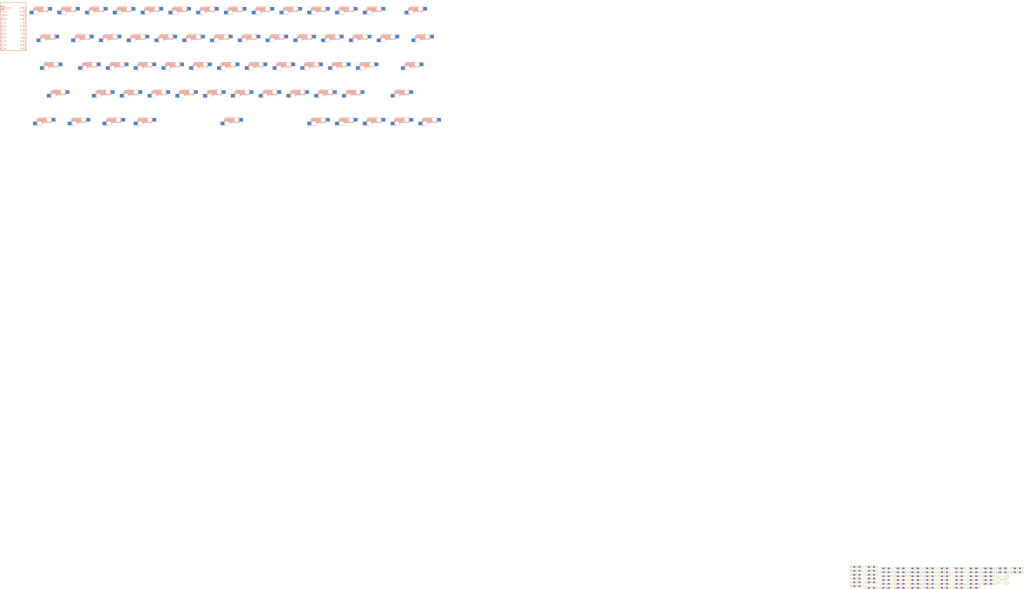
<source format=kicad_pcb>
(kicad_pcb (version 20171130) (host pcbnew "(5.1.12)-1")
  (layers (0 F.Cu signal) (31 B.Cu signal) (34 B.Paste user) (35 F.Paste user) (36 B.SilkS user) (37 F.SilkS user) (38 B.Mask user) (39 F.Mask user) (44 Edge.Cuts user))
  (net 0 "")
  (net 1 "Net-(D1-Pad2)")
  (net 2 row0)
  (net 3 row1)
  (net 4 "Net-(D2-Pad2)")
  (net 5 row2)
  (net 6 "Net-(D3-Pad2)")
  (net 7 row3)
  (net 8 "Net-(D4-Pad2)")
  (net 9 row4)
  (net 10 "Net-(D5-Pad2)")
  (net 11 "Net-(D6-Pad2)")
  (net 12 row5)
  (net 13 "Net-(D7-Pad2)")
  (net 14 row6)
  (net 15 "Net-(D8-Pad2)")
  (net 16 row7)
  (net 17 "Net-(D9-Pad2)")
  (net 18 "Net-(D10-Pad2)")
  (net 19 "Net-(D11-Pad2)")
  (net 20 "Net-(D12-Pad2)")
  (net 21 "Net-(D13-Pad2)")
  (net 22 "Net-(D14-Pad2)")
  (net 23 "Net-(D15-Pad2)")
  (net 24 "Net-(D16-Pad2)")
  (net 25 "Net-(D17-Pad2)")
  (net 26 "Net-(D18-Pad2)")
  (net 27 "Net-(D19-Pad2)")
  (net 28 "Net-(D20-Pad2)")
  (net 29 "Net-(D21-Pad2)")
  (net 30 "Net-(D22-Pad2)")
  (net 31 "Net-(D23-Pad2)")
  (net 32 "Net-(D24-Pad2)")
  (net 33 "Net-(D25-Pad2)")
  (net 34 "Net-(D26-Pad2)")
  (net 35 "Net-(D27-Pad2)")
  (net 36 "Net-(D28-Pad2)")
  (net 37 "Net-(D29-Pad2)")
  (net 38 "Net-(D30-Pad2)")
  (net 39 "Net-(D31-Pad2)")
  (net 40 "Net-(D32-Pad2)")
  (net 41 "Net-(D33-Pad2)")
  (net 42 "Net-(D34-Pad2)")
  (net 43 "Net-(D35-Pad2)")
  (net 44 "Net-(D36-Pad2)")
  (net 45 "Net-(D37-Pad2)")
  (net 46 "Net-(D38-Pad2)")
  (net 47 "Net-(D39-Pad2)")
  (net 48 "Net-(D40-Pad2)")
  (net 49 "Net-(D41-Pad2)")
  (net 50 "Net-(D42-Pad2)")
  (net 51 "Net-(D43-Pad2)")
  (net 52 "Net-(D44-Pad2)")
  (net 53 "Net-(D45-Pad2)")
  (net 54 "Net-(D46-Pad2)")
  (net 55 "Net-(D47-Pad2)")
  (net 56 "Net-(D48-Pad2)")
  (net 57 "Net-(D49-Pad2)")
  (net 58 "Net-(D50-Pad2)")
  (net 59 "Net-(D51-Pad2)")
  (net 60 "Net-(D52-Pad2)")
  (net 61 "Net-(D53-Pad2)")
  (net 62 "Net-(D54-Pad2)")
  (net 63 "Net-(D55-Pad2)")
  (net 64 "Net-(D56-Pad2)")
  (net 65 "Net-(D57-Pad2)")
  (net 66 "Net-(D58-Pad2)")
  (net 67 "Net-(D59-Pad2)")
  (net 68 "Net-(D60-Pad2)")
  (net 69 "Net-(D61-Pad2)")
  (net 70 "Net-(D62-Pad2)")
  (net 71 "Net-(D63-Pad2)")
  (net 72 col0)
  (net 73 col1)
  (net 74 col2)
  (net 75 col3)
  (net 76 col4)
  (net 77 col5)
  (net 78 col6)
  (net 79 col7)
  (net 80 reset)
  (net 81 GND)
  (net 82 "Net-(U1-Pad19)")
  (net 83 "Net-(U1-Pad20)")
  (net 84 VCC)
  (net 85 "Net-(U1-Pad24)")
  (module kbd:D3_TH_SMD (layer F.Cu) (at 954.0185 788.995001)
    (fp_text reference D1 hide)
    (fp_text value D hide)
    (pad 2 smd rect (at 1.775 0) (size 1.3 0.95) (layers F.Cu F.Paste F.Mask) (net 1 "Net-(D1-Pad2)"))
    (pad 2 thru_hole circle (at 3.81 0) (size 1.397 1.397) (drill 0.8128) (layers *.Cu *.Mask F.SilkS) (net 1 "Net-(D1-Pad2)"))
    (pad 1 thru_hole rect (at -3.81 0) (size 1.397 1.397) (drill 0.8128) (layers *.Cu *.Mask F.SilkS) (net 2 row0))
    (pad 1 smd rect (at -1.775 0) (size 1.3 0.95) (layers B.Cu B.Paste B.Mask) (net 2 row0))
    (pad 2 smd rect (at 1.775 0) (size 1.3 0.95) (layers B.Cu B.Paste B.Mask) (net 1 "Net-(D1-Pad2)"))
    (pad 1 smd rect (at -1.775 0) (size 1.3 0.95) (layers F.Cu F.Paste F.Mask) (net 2 row0))
  )
  (module kbd:D3_TH_SMD (layer F.Cu) (at 1004.0685 786.345001)
    (fp_text reference D2 hide)
    (fp_text value D hide)
    (pad 1 smd rect (at -1.775 0) (size 1.3 0.95) (layers F.Cu F.Paste F.Mask) (net 3 row1))
    (pad 2 smd rect (at 1.775 0) (size 1.3 0.95) (layers B.Cu B.Paste B.Mask) (net 4 "Net-(D2-Pad2)"))
    (pad 1 smd rect (at -1.775 0) (size 1.3 0.95) (layers B.Cu B.Paste B.Mask) (net 3 row1))
    (pad 1 thru_hole rect (at -3.81 0) (size 1.397 1.397) (drill 0.8128) (layers *.Cu *.Mask F.SilkS) (net 3 row1))
    (pad 2 thru_hole circle (at 3.81 0) (size 1.397 1.397) (drill 0.8128) (layers *.Cu *.Mask F.SilkS) (net 4 "Net-(D2-Pad2)"))
    (pad 2 smd rect (at 1.775 0) (size 1.3 0.95) (layers F.Cu F.Paste F.Mask) (net 4 "Net-(D2-Pad2)"))
  )
  (module kbd:D3_TH_SMD (layer F.Cu) (at 954.0185 796.945001)
    (fp_text reference D3 hide)
    (fp_text value D hide)
    (pad 1 smd rect (at -1.775 0) (size 1.3 0.95) (layers F.Cu F.Paste F.Mask) (net 5 row2))
    (pad 2 smd rect (at 1.775 0) (size 1.3 0.95) (layers B.Cu B.Paste B.Mask) (net 6 "Net-(D3-Pad2)"))
    (pad 1 smd rect (at -1.775 0) (size 1.3 0.95) (layers B.Cu B.Paste B.Mask) (net 5 row2))
    (pad 1 thru_hole rect (at -3.81 0) (size 1.397 1.397) (drill 0.8128) (layers *.Cu *.Mask F.SilkS) (net 5 row2))
    (pad 2 thru_hole circle (at 3.81 0) (size 1.397 1.397) (drill 0.8128) (layers *.Cu *.Mask F.SilkS) (net 6 "Net-(D3-Pad2)"))
    (pad 2 smd rect (at 1.775 0) (size 1.3 0.95) (layers F.Cu F.Paste F.Mask) (net 6 "Net-(D3-Pad2)"))
  )
  (module kbd:D3_TH_SMD (layer F.Cu) (at 1014.0785 783.695001)
    (fp_text reference D4 hide)
    (fp_text value D hide)
    (pad 1 smd rect (at -1.775 0) (size 1.3 0.95) (layers F.Cu F.Paste F.Mask) (net 7 row3))
    (pad 2 smd rect (at 1.775 0) (size 1.3 0.95) (layers B.Cu B.Paste B.Mask) (net 8 "Net-(D4-Pad2)"))
    (pad 1 smd rect (at -1.775 0) (size 1.3 0.95) (layers B.Cu B.Paste B.Mask) (net 7 row3))
    (pad 1 thru_hole rect (at -3.81 0) (size 1.397 1.397) (drill 0.8128) (layers *.Cu *.Mask F.SilkS) (net 7 row3))
    (pad 2 thru_hole circle (at 3.81 0) (size 1.397 1.397) (drill 0.8128) (layers *.Cu *.Mask F.SilkS) (net 8 "Net-(D4-Pad2)"))
    (pad 2 smd rect (at 1.775 0) (size 1.3 0.95) (layers F.Cu F.Paste F.Mask) (net 8 "Net-(D4-Pad2)"))
  )
  (module kbd:D3_TH_SMD (layer F.Cu) (at 1014.0785 786.345001)
    (fp_text reference D5 hide)
    (fp_text value D hide)
    (pad 1 smd rect (at -1.775 0) (size 1.3 0.95) (layers F.Cu F.Paste F.Mask) (net 9 row4))
    (pad 2 smd rect (at 1.775 0) (size 1.3 0.95) (layers B.Cu B.Paste B.Mask) (net 10 "Net-(D5-Pad2)"))
    (pad 1 smd rect (at -1.775 0) (size 1.3 0.95) (layers B.Cu B.Paste B.Mask) (net 9 row4))
    (pad 1 thru_hole rect (at -3.81 0) (size 1.397 1.397) (drill 0.8128) (layers *.Cu *.Mask F.SilkS) (net 9 row4))
    (pad 2 thru_hole circle (at 3.81 0) (size 1.397 1.397) (drill 0.8128) (layers *.Cu *.Mask F.SilkS) (net 10 "Net-(D5-Pad2)"))
    (pad 2 smd rect (at 1.775 0) (size 1.3 0.95) (layers F.Cu F.Paste F.Mask) (net 10 "Net-(D5-Pad2)"))
  )
  (module kbd:D3_TH_SMD (layer F.Cu) (at 1004.0685 788.995001)
    (fp_text reference D6 hide)
    (fp_text value D hide)
    (pad 2 smd rect (at 1.775 0) (size 1.3 0.95) (layers F.Cu F.Paste F.Mask) (net 11 "Net-(D6-Pad2)"))
    (pad 2 thru_hole circle (at 3.81 0) (size 1.397 1.397) (drill 0.8128) (layers *.Cu *.Mask F.SilkS) (net 11 "Net-(D6-Pad2)"))
    (pad 1 thru_hole rect (at -3.81 0) (size 1.397 1.397) (drill 0.8128) (layers *.Cu *.Mask F.SilkS) (net 12 row5))
    (pad 1 smd rect (at -1.775 0) (size 1.3 0.95) (layers B.Cu B.Paste B.Mask) (net 12 row5))
    (pad 2 smd rect (at 1.775 0) (size 1.3 0.95) (layers B.Cu B.Paste B.Mask) (net 11 "Net-(D6-Pad2)"))
    (pad 1 smd rect (at -1.775 0) (size 1.3 0.95) (layers F.Cu F.Paste F.Mask) (net 12 row5))
  )
  (module kbd:D3_TH_SMD (layer F.Cu) (at 1014.0785 788.995001)
    (fp_text reference D7 hide)
    (fp_text value D hide)
    (pad 2 smd rect (at 1.775 0) (size 1.3 0.95) (layers F.Cu F.Paste F.Mask) (net 13 "Net-(D7-Pad2)"))
    (pad 2 thru_hole circle (at 3.81 0) (size 1.397 1.397) (drill 0.8128) (layers *.Cu *.Mask F.SilkS) (net 13 "Net-(D7-Pad2)"))
    (pad 1 thru_hole rect (at -3.81 0) (size 1.397 1.397) (drill 0.8128) (layers *.Cu *.Mask F.SilkS) (net 14 row6))
    (pad 1 smd rect (at -1.775 0) (size 1.3 0.95) (layers B.Cu B.Paste B.Mask) (net 14 row6))
    (pad 2 smd rect (at 1.775 0) (size 1.3 0.95) (layers B.Cu B.Paste B.Mask) (net 13 "Net-(D7-Pad2)"))
    (pad 1 smd rect (at -1.775 0) (size 1.3 0.95) (layers F.Cu F.Paste F.Mask) (net 14 row6))
  )
  (module kbd:D3_TH_SMD (layer F.Cu) (at 1004.0685 791.645001)
    (fp_text reference D8 hide)
    (fp_text value D hide)
    (pad 2 smd rect (at 1.775 0) (size 1.3 0.95) (layers F.Cu F.Paste F.Mask) (net 15 "Net-(D8-Pad2)"))
    (pad 2 thru_hole circle (at 3.81 0) (size 1.397 1.397) (drill 0.8128) (layers *.Cu *.Mask F.SilkS) (net 15 "Net-(D8-Pad2)"))
    (pad 1 thru_hole rect (at -3.81 0) (size 1.397 1.397) (drill 0.8128) (layers *.Cu *.Mask F.SilkS) (net 16 row7))
    (pad 1 smd rect (at -1.775 0) (size 1.3 0.95) (layers B.Cu B.Paste B.Mask) (net 16 row7))
    (pad 2 smd rect (at 1.775 0) (size 1.3 0.95) (layers B.Cu B.Paste B.Mask) (net 15 "Net-(D8-Pad2)"))
    (pad 1 smd rect (at -1.775 0) (size 1.3 0.95) (layers F.Cu F.Paste F.Mask) (net 16 row7))
  )
  (module kbd:D3_TH_SMD (layer F.Cu) (at 1004.0685 794.295001)
    (fp_text reference D9 hide)
    (fp_text value D hide)
    (pad 2 smd rect (at 1.775 0) (size 1.3 0.95) (layers F.Cu F.Paste F.Mask) (net 17 "Net-(D9-Pad2)"))
    (pad 2 thru_hole circle (at 3.81 0) (size 1.397 1.397) (drill 0.8128) (layers *.Cu *.Mask F.SilkS) (net 17 "Net-(D9-Pad2)"))
    (pad 1 thru_hole rect (at -3.81 0) (size 1.397 1.397) (drill 0.8128) (layers *.Cu *.Mask F.SilkS) (net 2 row0))
    (pad 1 smd rect (at -1.775 0) (size 1.3 0.95) (layers B.Cu B.Paste B.Mask) (net 2 row0))
    (pad 2 smd rect (at 1.775 0) (size 1.3 0.95) (layers B.Cu B.Paste B.Mask) (net 17 "Net-(D9-Pad2)"))
    (pad 1 smd rect (at -1.775 0) (size 1.3 0.95) (layers F.Cu F.Paste F.Mask) (net 2 row0))
  )
  (module kbd:D3_TH_SMD (layer F.Cu) (at 994.0585 796.945001)
    (fp_text reference D10 hide)
    (fp_text value D hide)
    (pad 2 smd rect (at 1.775 0) (size 1.3 0.95) (layers F.Cu F.Paste F.Mask) (net 18 "Net-(D10-Pad2)"))
    (pad 2 thru_hole circle (at 3.81 0) (size 1.397 1.397) (drill 0.8128) (layers *.Cu *.Mask F.SilkS) (net 18 "Net-(D10-Pad2)"))
    (pad 1 thru_hole rect (at -3.81 0) (size 1.397 1.397) (drill 0.8128) (layers *.Cu *.Mask F.SilkS) (net 3 row1))
    (pad 1 smd rect (at -1.775 0) (size 1.3 0.95) (layers B.Cu B.Paste B.Mask) (net 3 row1))
    (pad 2 smd rect (at 1.775 0) (size 1.3 0.95) (layers B.Cu B.Paste B.Mask) (net 18 "Net-(D10-Pad2)"))
    (pad 1 smd rect (at -1.775 0) (size 1.3 0.95) (layers F.Cu F.Paste F.Mask) (net 3 row1))
  )
  (module kbd:D3_TH_SMD (layer F.Cu) (at 1004.0685 796.945001)
    (fp_text reference D11 hide)
    (fp_text value D hide)
    (pad 2 smd rect (at 1.775 0) (size 1.3 0.95) (layers F.Cu F.Paste F.Mask) (net 19 "Net-(D11-Pad2)"))
    (pad 2 thru_hole circle (at 3.81 0) (size 1.397 1.397) (drill 0.8128) (layers *.Cu *.Mask F.SilkS) (net 19 "Net-(D11-Pad2)"))
    (pad 1 thru_hole rect (at -3.81 0) (size 1.397 1.397) (drill 0.8128) (layers *.Cu *.Mask F.SilkS) (net 5 row2))
    (pad 1 smd rect (at -1.775 0) (size 1.3 0.95) (layers B.Cu B.Paste B.Mask) (net 5 row2))
    (pad 2 smd rect (at 1.775 0) (size 1.3 0.95) (layers B.Cu B.Paste B.Mask) (net 19 "Net-(D11-Pad2)"))
    (pad 1 smd rect (at -1.775 0) (size 1.3 0.95) (layers F.Cu F.Paste F.Mask) (net 5 row2))
  )
  (module kbd:D3_TH_SMD (layer F.Cu) (at 1024.0885 783.695001)
    (fp_text reference D12 hide)
    (fp_text value D hide)
    (pad 2 smd rect (at 1.775 0) (size 1.3 0.95) (layers F.Cu F.Paste F.Mask) (net 20 "Net-(D12-Pad2)"))
    (pad 2 thru_hole circle (at 3.81 0) (size 1.397 1.397) (drill 0.8128) (layers *.Cu *.Mask F.SilkS) (net 20 "Net-(D12-Pad2)"))
    (pad 1 thru_hole rect (at -3.81 0) (size 1.397 1.397) (drill 0.8128) (layers *.Cu *.Mask F.SilkS) (net 7 row3))
    (pad 1 smd rect (at -1.775 0) (size 1.3 0.95) (layers B.Cu B.Paste B.Mask) (net 7 row3))
    (pad 2 smd rect (at 1.775 0) (size 1.3 0.95) (layers B.Cu B.Paste B.Mask) (net 20 "Net-(D12-Pad2)"))
    (pad 1 smd rect (at -1.775 0) (size 1.3 0.95) (layers F.Cu F.Paste F.Mask) (net 7 row3))
  )
  (module kbd:D3_TH_SMD (layer F.Cu) (at 1014.0785 791.645001)
    (fp_text reference D13 hide)
    (fp_text value D hide)
    (pad 2 smd rect (at 1.775 0) (size 1.3 0.95) (layers F.Cu F.Paste F.Mask) (net 21 "Net-(D13-Pad2)"))
    (pad 2 thru_hole circle (at 3.81 0) (size 1.397 1.397) (drill 0.8128) (layers *.Cu *.Mask F.SilkS) (net 21 "Net-(D13-Pad2)"))
    (pad 1 thru_hole rect (at -3.81 0) (size 1.397 1.397) (drill 0.8128) (layers *.Cu *.Mask F.SilkS) (net 9 row4))
    (pad 1 smd rect (at -1.775 0) (size 1.3 0.95) (layers B.Cu B.Paste B.Mask) (net 9 row4))
    (pad 2 smd rect (at 1.775 0) (size 1.3 0.95) (layers B.Cu B.Paste B.Mask) (net 21 "Net-(D13-Pad2)"))
    (pad 1 smd rect (at -1.775 0) (size 1.3 0.95) (layers F.Cu F.Paste F.Mask) (net 9 row4))
  )
  (module kbd:D3_TH_SMD (layer F.Cu) (at 1014.0785 794.295001)
    (fp_text reference D14 hide)
    (fp_text value D hide)
    (pad 1 smd rect (at -1.775 0) (size 1.3 0.95) (layers F.Cu F.Paste F.Mask) (net 12 row5))
    (pad 2 smd rect (at 1.775 0) (size 1.3 0.95) (layers B.Cu B.Paste B.Mask) (net 22 "Net-(D14-Pad2)"))
    (pad 1 smd rect (at -1.775 0) (size 1.3 0.95) (layers B.Cu B.Paste B.Mask) (net 12 row5))
    (pad 1 thru_hole rect (at -3.81 0) (size 1.397 1.397) (drill 0.8128) (layers *.Cu *.Mask F.SilkS) (net 12 row5))
    (pad 2 thru_hole circle (at 3.81 0) (size 1.397 1.397) (drill 0.8128) (layers *.Cu *.Mask F.SilkS) (net 22 "Net-(D14-Pad2)"))
    (pad 2 smd rect (at 1.775 0) (size 1.3 0.95) (layers F.Cu F.Paste F.Mask) (net 22 "Net-(D14-Pad2)"))
  )
  (module kbd:D3_TH_SMD (layer F.Cu) (at 1024.0885 786.345001)
    (fp_text reference D15 hide)
    (fp_text value D hide)
    (pad 1 smd rect (at -1.775 0) (size 1.3 0.95) (layers F.Cu F.Paste F.Mask) (net 14 row6))
    (pad 2 smd rect (at 1.775 0) (size 1.3 0.95) (layers B.Cu B.Paste B.Mask) (net 23 "Net-(D15-Pad2)"))
    (pad 1 smd rect (at -1.775 0) (size 1.3 0.95) (layers B.Cu B.Paste B.Mask) (net 14 row6))
    (pad 1 thru_hole rect (at -3.81 0) (size 1.397 1.397) (drill 0.8128) (layers *.Cu *.Mask F.SilkS) (net 14 row6))
    (pad 2 thru_hole circle (at 3.81 0) (size 1.397 1.397) (drill 0.8128) (layers *.Cu *.Mask F.SilkS) (net 23 "Net-(D15-Pad2)"))
    (pad 2 smd rect (at 1.775 0) (size 1.3 0.95) (layers F.Cu F.Paste F.Mask) (net 23 "Net-(D15-Pad2)"))
  )
  (module kbd:D3_TH_SMD (layer F.Cu) (at 1034.0985 783.695001)
    (fp_text reference D16 hide)
    (fp_text value D hide)
    (pad 1 smd rect (at -1.775 0) (size 1.3 0.95) (layers F.Cu F.Paste F.Mask) (net 16 row7))
    (pad 2 smd rect (at 1.775 0) (size 1.3 0.95) (layers B.Cu B.Paste B.Mask) (net 24 "Net-(D16-Pad2)"))
    (pad 1 smd rect (at -1.775 0) (size 1.3 0.95) (layers B.Cu B.Paste B.Mask) (net 16 row7))
    (pad 1 thru_hole rect (at -3.81 0) (size 1.397 1.397) (drill 0.8128) (layers *.Cu *.Mask F.SilkS) (net 16 row7))
    (pad 2 thru_hole circle (at 3.81 0) (size 1.397 1.397) (drill 0.8128) (layers *.Cu *.Mask F.SilkS) (net 24 "Net-(D16-Pad2)"))
    (pad 2 smd rect (at 1.775 0) (size 1.3 0.95) (layers F.Cu F.Paste F.Mask) (net 24 "Net-(D16-Pad2)"))
  )
  (module kbd:D3_TH_SMD (layer F.Cu) (at 964.0285 796.945001)
    (fp_text reference D17 hide)
    (fp_text value D hide)
    (pad 1 smd rect (at -1.775 0) (size 1.3 0.95) (layers F.Cu F.Paste F.Mask) (net 2 row0))
    (pad 2 smd rect (at 1.775 0) (size 1.3 0.95) (layers B.Cu B.Paste B.Mask) (net 25 "Net-(D17-Pad2)"))
    (pad 1 smd rect (at -1.775 0) (size 1.3 0.95) (layers B.Cu B.Paste B.Mask) (net 2 row0))
    (pad 1 thru_hole rect (at -3.81 0) (size 1.397 1.397) (drill 0.8128) (layers *.Cu *.Mask F.SilkS) (net 2 row0))
    (pad 2 thru_hole circle (at 3.81 0) (size 1.397 1.397) (drill 0.8128) (layers *.Cu *.Mask F.SilkS) (net 25 "Net-(D17-Pad2)"))
    (pad 2 smd rect (at 1.775 0) (size 1.3 0.95) (layers F.Cu F.Paste F.Mask) (net 25 "Net-(D17-Pad2)"))
  )
  (module kbd:D3_TH_SMD (layer F.Cu) (at 1034.0985 786.345001)
    (fp_text reference D18 hide)
    (fp_text value D hide)
    (pad 1 smd rect (at -1.775 0) (size 1.3 0.95) (layers F.Cu F.Paste F.Mask) (net 3 row1))
    (pad 2 smd rect (at 1.775 0) (size 1.3 0.95) (layers B.Cu B.Paste B.Mask) (net 26 "Net-(D18-Pad2)"))
    (pad 1 smd rect (at -1.775 0) (size 1.3 0.95) (layers B.Cu B.Paste B.Mask) (net 3 row1))
    (pad 1 thru_hole rect (at -3.81 0) (size 1.397 1.397) (drill 0.8128) (layers *.Cu *.Mask F.SilkS) (net 3 row1))
    (pad 2 thru_hole circle (at 3.81 0) (size 1.397 1.397) (drill 0.8128) (layers *.Cu *.Mask F.SilkS) (net 26 "Net-(D18-Pad2)"))
    (pad 2 smd rect (at 1.775 0) (size 1.3 0.95) (layers F.Cu F.Paste F.Mask) (net 26 "Net-(D18-Pad2)"))
  )
  (module kbd:D3_TH_SMD (layer F.Cu) (at 994.0585 791.645001)
    (fp_text reference D19 hide)
    (fp_text value D hide)
    (pad 1 smd rect (at -1.775 0) (size 1.3 0.95) (layers F.Cu F.Paste F.Mask) (net 5 row2))
    (pad 2 smd rect (at 1.775 0) (size 1.3 0.95) (layers B.Cu B.Paste B.Mask) (net 27 "Net-(D19-Pad2)"))
    (pad 1 smd rect (at -1.775 0) (size 1.3 0.95) (layers B.Cu B.Paste B.Mask) (net 5 row2))
    (pad 1 thru_hole rect (at -3.81 0) (size 1.397 1.397) (drill 0.8128) (layers *.Cu *.Mask F.SilkS) (net 5 row2))
    (pad 2 thru_hole circle (at 3.81 0) (size 1.397 1.397) (drill 0.8128) (layers *.Cu *.Mask F.SilkS) (net 27 "Net-(D19-Pad2)"))
    (pad 2 smd rect (at 1.775 0) (size 1.3 0.95) (layers F.Cu F.Paste F.Mask) (net 27 "Net-(D19-Pad2)"))
  )
  (module kbd:D3_TH_SMD (layer F.Cu) (at 1004.0685 783.695001)
    (fp_text reference D20 hide)
    (fp_text value D hide)
    (pad 2 smd rect (at 1.775 0) (size 1.3 0.95) (layers F.Cu F.Paste F.Mask) (net 28 "Net-(D20-Pad2)"))
    (pad 2 thru_hole circle (at 3.81 0) (size 1.397 1.397) (drill 0.8128) (layers *.Cu *.Mask F.SilkS) (net 28 "Net-(D20-Pad2)"))
    (pad 1 thru_hole rect (at -3.81 0) (size 1.397 1.397) (drill 0.8128) (layers *.Cu *.Mask F.SilkS) (net 7 row3))
    (pad 1 smd rect (at -1.775 0) (size 1.3 0.95) (layers B.Cu B.Paste B.Mask) (net 7 row3))
    (pad 2 smd rect (at 1.775 0) (size 1.3 0.95) (layers B.Cu B.Paste B.Mask) (net 28 "Net-(D20-Pad2)"))
    (pad 1 smd rect (at -1.775 0) (size 1.3 0.95) (layers F.Cu F.Paste F.Mask) (net 7 row3))
  )
  (module kbd:D3_TH_SMD (layer F.Cu) (at 984.0485 796.945001)
    (fp_text reference D21 hide)
    (fp_text value D hide)
    (pad 1 smd rect (at -1.775 0) (size 1.3 0.95) (layers F.Cu F.Paste F.Mask) (net 9 row4))
    (pad 2 smd rect (at 1.775 0) (size 1.3 0.95) (layers B.Cu B.Paste B.Mask) (net 29 "Net-(D21-Pad2)"))
    (pad 1 smd rect (at -1.775 0) (size 1.3 0.95) (layers B.Cu B.Paste B.Mask) (net 9 row4))
    (pad 1 thru_hole rect (at -3.81 0) (size 1.397 1.397) (drill 0.8128) (layers *.Cu *.Mask F.SilkS) (net 9 row4))
    (pad 2 thru_hole circle (at 3.81 0) (size 1.397 1.397) (drill 0.8128) (layers *.Cu *.Mask F.SilkS) (net 29 "Net-(D21-Pad2)"))
    (pad 2 smd rect (at 1.775 0) (size 1.3 0.95) (layers F.Cu F.Paste F.Mask) (net 29 "Net-(D21-Pad2)"))
  )
  (module kbd:D3_TH_SMD (layer F.Cu) (at 974.0385 796.945001)
    (fp_text reference D22 hide)
    (fp_text value D hide)
    (pad 2 smd rect (at 1.775 0) (size 1.3 0.95) (layers F.Cu F.Paste F.Mask) (net 30 "Net-(D22-Pad2)"))
    (pad 2 thru_hole circle (at 3.81 0) (size 1.397 1.397) (drill 0.8128) (layers *.Cu *.Mask F.SilkS) (net 30 "Net-(D22-Pad2)"))
    (pad 1 thru_hole rect (at -3.81 0) (size 1.397 1.397) (drill 0.8128) (layers *.Cu *.Mask F.SilkS) (net 12 row5))
    (pad 1 smd rect (at -1.775 0) (size 1.3 0.95) (layers B.Cu B.Paste B.Mask) (net 12 row5))
    (pad 2 smd rect (at 1.775 0) (size 1.3 0.95) (layers B.Cu B.Paste B.Mask) (net 30 "Net-(D22-Pad2)"))
    (pad 1 smd rect (at -1.775 0) (size 1.3 0.95) (layers F.Cu F.Paste F.Mask) (net 12 row5))
  )
  (module kbd:D3_TH_SMD (layer F.Cu) (at 984.0485 794.295001)
    (fp_text reference D23 hide)
    (fp_text value D hide)
    (pad 2 smd rect (at 1.775 0) (size 1.3 0.95) (layers F.Cu F.Paste F.Mask) (net 31 "Net-(D23-Pad2)"))
    (pad 2 thru_hole circle (at 3.81 0) (size 1.397 1.397) (drill 0.8128) (layers *.Cu *.Mask F.SilkS) (net 31 "Net-(D23-Pad2)"))
    (pad 1 thru_hole rect (at -3.81 0) (size 1.397 1.397) (drill 0.8128) (layers *.Cu *.Mask F.SilkS) (net 14 row6))
    (pad 1 smd rect (at -1.775 0) (size 1.3 0.95) (layers B.Cu B.Paste B.Mask) (net 14 row6))
    (pad 2 smd rect (at 1.775 0) (size 1.3 0.95) (layers B.Cu B.Paste B.Mask) (net 31 "Net-(D23-Pad2)"))
    (pad 1 smd rect (at -1.775 0) (size 1.3 0.95) (layers F.Cu F.Paste F.Mask) (net 14 row6))
  )
  (module kbd:D3_TH_SMD (layer F.Cu) (at 974.0385 794.295001)
    (fp_text reference D24 hide)
    (fp_text value D hide)
    (pad 1 smd rect (at -1.775 0) (size 1.3 0.95) (layers F.Cu F.Paste F.Mask) (net 16 row7))
    (pad 2 smd rect (at 1.775 0) (size 1.3 0.95) (layers B.Cu B.Paste B.Mask) (net 32 "Net-(D24-Pad2)"))
    (pad 1 smd rect (at -1.775 0) (size 1.3 0.95) (layers B.Cu B.Paste B.Mask) (net 16 row7))
    (pad 1 thru_hole rect (at -3.81 0) (size 1.397 1.397) (drill 0.8128) (layers *.Cu *.Mask F.SilkS) (net 16 row7))
    (pad 2 thru_hole circle (at 3.81 0) (size 1.397 1.397) (drill 0.8128) (layers *.Cu *.Mask F.SilkS) (net 32 "Net-(D24-Pad2)"))
    (pad 2 smd rect (at 1.775 0) (size 1.3 0.95) (layers F.Cu F.Paste F.Mask) (net 32 "Net-(D24-Pad2)"))
  )
  (module kbd:D3_TH_SMD (layer F.Cu) (at 984.0485 791.645001)
    (fp_text reference D25 hide)
    (fp_text value D hide)
    (pad 2 smd rect (at 1.775 0) (size 1.3 0.95) (layers F.Cu F.Paste F.Mask) (net 33 "Net-(D25-Pad2)"))
    (pad 2 thru_hole circle (at 3.81 0) (size 1.397 1.397) (drill 0.8128) (layers *.Cu *.Mask F.SilkS) (net 33 "Net-(D25-Pad2)"))
    (pad 1 thru_hole rect (at -3.81 0) (size 1.397 1.397) (drill 0.8128) (layers *.Cu *.Mask F.SilkS) (net 2 row0))
    (pad 1 smd rect (at -1.775 0) (size 1.3 0.95) (layers B.Cu B.Paste B.Mask) (net 2 row0))
    (pad 2 smd rect (at 1.775 0) (size 1.3 0.95) (layers B.Cu B.Paste B.Mask) (net 33 "Net-(D25-Pad2)"))
    (pad 1 smd rect (at -1.775 0) (size 1.3 0.95) (layers F.Cu F.Paste F.Mask) (net 2 row0))
  )
  (module kbd:D3_TH_SMD (layer F.Cu) (at 994.0585 788.995001)
    (fp_text reference D26 hide)
    (fp_text value D hide)
    (pad 1 smd rect (at -1.775 0) (size 1.3 0.95) (layers F.Cu F.Paste F.Mask) (net 3 row1))
    (pad 2 smd rect (at 1.775 0) (size 1.3 0.95) (layers B.Cu B.Paste B.Mask) (net 34 "Net-(D26-Pad2)"))
    (pad 1 smd rect (at -1.775 0) (size 1.3 0.95) (layers B.Cu B.Paste B.Mask) (net 3 row1))
    (pad 1 thru_hole rect (at -3.81 0) (size 1.397 1.397) (drill 0.8128) (layers *.Cu *.Mask F.SilkS) (net 3 row1))
    (pad 2 thru_hole circle (at 3.81 0) (size 1.397 1.397) (drill 0.8128) (layers *.Cu *.Mask F.SilkS) (net 34 "Net-(D26-Pad2)"))
    (pad 2 smd rect (at 1.775 0) (size 1.3 0.95) (layers F.Cu F.Paste F.Mask) (net 34 "Net-(D26-Pad2)"))
  )
  (module kbd:D3_TH_SMD (layer F.Cu) (at 984.0485 788.995001)
    (fp_text reference D27 hide)
    (fp_text value D hide)
    (pad 2 smd rect (at 1.775 0) (size 1.3 0.95) (layers F.Cu F.Paste F.Mask) (net 35 "Net-(D27-Pad2)"))
    (pad 2 thru_hole circle (at 3.81 0) (size 1.397 1.397) (drill 0.8128) (layers *.Cu *.Mask F.SilkS) (net 35 "Net-(D27-Pad2)"))
    (pad 1 thru_hole rect (at -3.81 0) (size 1.397 1.397) (drill 0.8128) (layers *.Cu *.Mask F.SilkS) (net 5 row2))
    (pad 1 smd rect (at -1.775 0) (size 1.3 0.95) (layers B.Cu B.Paste B.Mask) (net 5 row2))
    (pad 2 smd rect (at 1.775 0) (size 1.3 0.95) (layers B.Cu B.Paste B.Mask) (net 35 "Net-(D27-Pad2)"))
    (pad 1 smd rect (at -1.775 0) (size 1.3 0.95) (layers F.Cu F.Paste F.Mask) (net 5 row2))
  )
  (module kbd:D3_TH_SMD (layer F.Cu) (at 994.0585 786.345001)
    (fp_text reference D28 hide)
    (fp_text value D hide)
    (pad 1 smd rect (at -1.775 0) (size 1.3 0.95) (layers F.Cu F.Paste F.Mask) (net 7 row3))
    (pad 2 smd rect (at 1.775 0) (size 1.3 0.95) (layers B.Cu B.Paste B.Mask) (net 36 "Net-(D28-Pad2)"))
    (pad 1 smd rect (at -1.775 0) (size 1.3 0.95) (layers B.Cu B.Paste B.Mask) (net 7 row3))
    (pad 1 thru_hole rect (at -3.81 0) (size 1.397 1.397) (drill 0.8128) (layers *.Cu *.Mask F.SilkS) (net 7 row3))
    (pad 2 thru_hole circle (at 3.81 0) (size 1.397 1.397) (drill 0.8128) (layers *.Cu *.Mask F.SilkS) (net 36 "Net-(D28-Pad2)"))
    (pad 2 smd rect (at 1.775 0) (size 1.3 0.95) (layers F.Cu F.Paste F.Mask) (net 36 "Net-(D28-Pad2)"))
  )
  (module kbd:D3_TH_SMD (layer F.Cu) (at 994.0585 783.695001)
    (fp_text reference D29 hide)
    (fp_text value D hide)
    (pad 2 smd rect (at 1.775 0) (size 1.3 0.95) (layers F.Cu F.Paste F.Mask) (net 37 "Net-(D29-Pad2)"))
    (pad 2 thru_hole circle (at 3.81 0) (size 1.397 1.397) (drill 0.8128) (layers *.Cu *.Mask F.SilkS) (net 37 "Net-(D29-Pad2)"))
    (pad 1 thru_hole rect (at -3.81 0) (size 1.397 1.397) (drill 0.8128) (layers *.Cu *.Mask F.SilkS) (net 9 row4))
    (pad 1 smd rect (at -1.775 0) (size 1.3 0.95) (layers B.Cu B.Paste B.Mask) (net 9 row4))
    (pad 2 smd rect (at 1.775 0) (size 1.3 0.95) (layers B.Cu B.Paste B.Mask) (net 37 "Net-(D29-Pad2)"))
    (pad 1 smd rect (at -1.775 0) (size 1.3 0.95) (layers F.Cu F.Paste F.Mask) (net 9 row4))
  )
  (module kbd:D3_TH_SMD (layer F.Cu) (at 984.0485 786.345001)
    (fp_text reference D30 hide)
    (fp_text value D hide)
    (pad 1 smd rect (at -1.775 0) (size 1.3 0.95) (layers F.Cu F.Paste F.Mask) (net 12 row5))
    (pad 2 smd rect (at 1.775 0) (size 1.3 0.95) (layers B.Cu B.Paste B.Mask) (net 38 "Net-(D30-Pad2)"))
    (pad 1 smd rect (at -1.775 0) (size 1.3 0.95) (layers B.Cu B.Paste B.Mask) (net 12 row5))
    (pad 1 thru_hole rect (at -3.81 0) (size 1.397 1.397) (drill 0.8128) (layers *.Cu *.Mask F.SilkS) (net 12 row5))
    (pad 2 thru_hole circle (at 3.81 0) (size 1.397 1.397) (drill 0.8128) (layers *.Cu *.Mask F.SilkS) (net 38 "Net-(D30-Pad2)"))
    (pad 2 smd rect (at 1.775 0) (size 1.3 0.95) (layers F.Cu F.Paste F.Mask) (net 38 "Net-(D30-Pad2)"))
  )
  (module kbd:D3_TH_SMD (layer F.Cu) (at 974.0385 791.645001)
    (fp_text reference D31 hide)
    (fp_text value D hide)
    (pad 1 smd rect (at -1.775 0) (size 1.3 0.95) (layers F.Cu F.Paste F.Mask) (net 14 row6))
    (pad 2 smd rect (at 1.775 0) (size 1.3 0.95) (layers B.Cu B.Paste B.Mask) (net 39 "Net-(D31-Pad2)"))
    (pad 1 smd rect (at -1.775 0) (size 1.3 0.95) (layers B.Cu B.Paste B.Mask) (net 14 row6))
    (pad 1 thru_hole rect (at -3.81 0) (size 1.397 1.397) (drill 0.8128) (layers *.Cu *.Mask F.SilkS) (net 14 row6))
    (pad 2 thru_hole circle (at 3.81 0) (size 1.397 1.397) (drill 0.8128) (layers *.Cu *.Mask F.SilkS) (net 39 "Net-(D31-Pad2)"))
    (pad 2 smd rect (at 1.775 0) (size 1.3 0.95) (layers F.Cu F.Paste F.Mask) (net 39 "Net-(D31-Pad2)"))
  )
  (module kbd:D3_TH_SMD (layer F.Cu) (at 984.0485 783.695001)
    (fp_text reference D32 hide)
    (fp_text value D hide)
    (pad 2 smd rect (at 1.775 0) (size 1.3 0.95) (layers F.Cu F.Paste F.Mask) (net 40 "Net-(D32-Pad2)"))
    (pad 2 thru_hole circle (at 3.81 0) (size 1.397 1.397) (drill 0.8128) (layers *.Cu *.Mask F.SilkS) (net 40 "Net-(D32-Pad2)"))
    (pad 1 thru_hole rect (at -3.81 0) (size 1.397 1.397) (drill 0.8128) (layers *.Cu *.Mask F.SilkS) (net 16 row7))
    (pad 1 smd rect (at -1.775 0) (size 1.3 0.95) (layers B.Cu B.Paste B.Mask) (net 16 row7))
    (pad 2 smd rect (at 1.775 0) (size 1.3 0.95) (layers B.Cu B.Paste B.Mask) (net 40 "Net-(D32-Pad2)"))
    (pad 1 smd rect (at -1.775 0) (size 1.3 0.95) (layers F.Cu F.Paste F.Mask) (net 16 row7))
  )
  (module kbd:D3_TH_SMD (layer F.Cu) (at 994.0585 794.295001)
    (fp_text reference D33 hide)
    (fp_text value D hide)
    (pad 1 smd rect (at -1.775 0) (size 1.3 0.95) (layers F.Cu F.Paste F.Mask) (net 2 row0))
    (pad 2 smd rect (at 1.775 0) (size 1.3 0.95) (layers B.Cu B.Paste B.Mask) (net 41 "Net-(D33-Pad2)"))
    (pad 1 smd rect (at -1.775 0) (size 1.3 0.95) (layers B.Cu B.Paste B.Mask) (net 2 row0))
    (pad 1 thru_hole rect (at -3.81 0) (size 1.397 1.397) (drill 0.8128) (layers *.Cu *.Mask F.SilkS) (net 2 row0))
    (pad 2 thru_hole circle (at 3.81 0) (size 1.397 1.397) (drill 0.8128) (layers *.Cu *.Mask F.SilkS) (net 41 "Net-(D33-Pad2)"))
    (pad 2 smd rect (at 1.775 0) (size 1.3 0.95) (layers F.Cu F.Paste F.Mask) (net 41 "Net-(D33-Pad2)"))
  )
  (module kbd:D3_TH_SMD (layer F.Cu) (at 954.0185 783.695001)
    (fp_text reference D34 hide)
    (fp_text value D hide)
    (pad 1 smd rect (at -1.775 0) (size 1.3 0.95) (layers F.Cu F.Paste F.Mask) (net 3 row1))
    (pad 2 smd rect (at 1.775 0) (size 1.3 0.95) (layers B.Cu B.Paste B.Mask) (net 42 "Net-(D34-Pad2)"))
    (pad 1 smd rect (at -1.775 0) (size 1.3 0.95) (layers B.Cu B.Paste B.Mask) (net 3 row1))
    (pad 1 thru_hole rect (at -3.81 0) (size 1.397 1.397) (drill 0.8128) (layers *.Cu *.Mask F.SilkS) (net 3 row1))
    (pad 2 thru_hole circle (at 3.81 0) (size 1.397 1.397) (drill 0.8128) (layers *.Cu *.Mask F.SilkS) (net 42 "Net-(D34-Pad2)"))
    (pad 2 smd rect (at 1.775 0) (size 1.3 0.95) (layers F.Cu F.Paste F.Mask) (net 42 "Net-(D34-Pad2)"))
  )
  (module kbd:D3_TH_SMD (layer F.Cu) (at 964.0285 794.295001)
    (fp_text reference D35 hide)
    (fp_text value D hide)
    (pad 1 smd rect (at -1.775 0) (size 1.3 0.95) (layers F.Cu F.Paste F.Mask) (net 5 row2))
    (pad 2 smd rect (at 1.775 0) (size 1.3 0.95) (layers B.Cu B.Paste B.Mask) (net 43 "Net-(D35-Pad2)"))
    (pad 1 smd rect (at -1.775 0) (size 1.3 0.95) (layers B.Cu B.Paste B.Mask) (net 5 row2))
    (pad 1 thru_hole rect (at -3.81 0) (size 1.397 1.397) (drill 0.8128) (layers *.Cu *.Mask F.SilkS) (net 5 row2))
    (pad 2 thru_hole circle (at 3.81 0) (size 1.397 1.397) (drill 0.8128) (layers *.Cu *.Mask F.SilkS) (net 43 "Net-(D35-Pad2)"))
    (pad 2 smd rect (at 1.775 0) (size 1.3 0.95) (layers F.Cu F.Paste F.Mask) (net 43 "Net-(D35-Pad2)"))
  )
  (module kbd:D3_TH_SMD (layer F.Cu) (at 954.0185 794.295001)
    (fp_text reference D36 hide)
    (fp_text value D hide)
    (pad 2 smd rect (at 1.775 0) (size 1.3 0.95) (layers F.Cu F.Paste F.Mask) (net 44 "Net-(D36-Pad2)"))
    (pad 2 thru_hole circle (at 3.81 0) (size 1.397 1.397) (drill 0.8128) (layers *.Cu *.Mask F.SilkS) (net 44 "Net-(D36-Pad2)"))
    (pad 1 thru_hole rect (at -3.81 0) (size 1.397 1.397) (drill 0.8128) (layers *.Cu *.Mask F.SilkS) (net 7 row3))
    (pad 1 smd rect (at -1.775 0) (size 1.3 0.95) (layers B.Cu B.Paste B.Mask) (net 7 row3))
    (pad 2 smd rect (at 1.775 0) (size 1.3 0.95) (layers B.Cu B.Paste B.Mask) (net 44 "Net-(D36-Pad2)"))
    (pad 1 smd rect (at -1.775 0) (size 1.3 0.95) (layers F.Cu F.Paste F.Mask) (net 7 row3))
  )
  (module kbd:D3_TH_SMD (layer F.Cu) (at 964.0285 791.645001)
    (fp_text reference D37 hide)
    (fp_text value D hide)
    (pad 2 smd rect (at 1.775 0) (size 1.3 0.95) (layers F.Cu F.Paste F.Mask) (net 45 "Net-(D37-Pad2)"))
    (pad 2 thru_hole circle (at 3.81 0) (size 1.397 1.397) (drill 0.8128) (layers *.Cu *.Mask F.SilkS) (net 45 "Net-(D37-Pad2)"))
    (pad 1 thru_hole rect (at -3.81 0) (size 1.397 1.397) (drill 0.8128) (layers *.Cu *.Mask F.SilkS) (net 9 row4))
    (pad 1 smd rect (at -1.775 0) (size 1.3 0.95) (layers B.Cu B.Paste B.Mask) (net 9 row4))
    (pad 2 smd rect (at 1.775 0) (size 1.3 0.95) (layers B.Cu B.Paste B.Mask) (net 45 "Net-(D37-Pad2)"))
    (pad 1 smd rect (at -1.775 0) (size 1.3 0.95) (layers F.Cu F.Paste F.Mask) (net 9 row4))
  )
  (module kbd:D3_TH_SMD (layer F.Cu) (at 974.0385 788.995001)
    (fp_text reference D38 hide)
    (fp_text value D hide)
    (pad 2 smd rect (at 1.775 0) (size 1.3 0.95) (layers F.Cu F.Paste F.Mask) (net 46 "Net-(D38-Pad2)"))
    (pad 2 thru_hole circle (at 3.81 0) (size 1.397 1.397) (drill 0.8128) (layers *.Cu *.Mask F.SilkS) (net 46 "Net-(D38-Pad2)"))
    (pad 1 thru_hole rect (at -3.81 0) (size 1.397 1.397) (drill 0.8128) (layers *.Cu *.Mask F.SilkS) (net 12 row5))
    (pad 1 smd rect (at -1.775 0) (size 1.3 0.95) (layers B.Cu B.Paste B.Mask) (net 12 row5))
    (pad 2 smd rect (at 1.775 0) (size 1.3 0.95) (layers B.Cu B.Paste B.Mask) (net 46 "Net-(D38-Pad2)"))
    (pad 1 smd rect (at -1.775 0) (size 1.3 0.95) (layers F.Cu F.Paste F.Mask) (net 12 row5))
  )
  (module kbd:D3_TH_SMD (layer F.Cu) (at 964.0285 788.995001)
    (fp_text reference D39 hide)
    (fp_text value D hide)
    (pad 2 smd rect (at 1.775 0) (size 1.3 0.95) (layers F.Cu F.Paste F.Mask) (net 47 "Net-(D39-Pad2)"))
    (pad 2 thru_hole circle (at 3.81 0) (size 1.397 1.397) (drill 0.8128) (layers *.Cu *.Mask F.SilkS) (net 47 "Net-(D39-Pad2)"))
    (pad 1 thru_hole rect (at -3.81 0) (size 1.397 1.397) (drill 0.8128) (layers *.Cu *.Mask F.SilkS) (net 14 row6))
    (pad 1 smd rect (at -1.775 0) (size 1.3 0.95) (layers B.Cu B.Paste B.Mask) (net 14 row6))
    (pad 2 smd rect (at 1.775 0) (size 1.3 0.95) (layers B.Cu B.Paste B.Mask) (net 47 "Net-(D39-Pad2)"))
    (pad 1 smd rect (at -1.775 0) (size 1.3 0.95) (layers F.Cu F.Paste F.Mask) (net 14 row6))
  )
  (module kbd:D3_TH_SMD (layer F.Cu) (at 974.0385 786.345001)
    (fp_text reference D40 hide)
    (fp_text value D hide)
    (pad 1 smd rect (at -1.775 0) (size 1.3 0.95) (layers F.Cu F.Paste F.Mask) (net 16 row7))
    (pad 2 smd rect (at 1.775 0) (size 1.3 0.95) (layers B.Cu B.Paste B.Mask) (net 48 "Net-(D40-Pad2)"))
    (pad 1 smd rect (at -1.775 0) (size 1.3 0.95) (layers B.Cu B.Paste B.Mask) (net 16 row7))
    (pad 1 thru_hole rect (at -3.81 0) (size 1.397 1.397) (drill 0.8128) (layers *.Cu *.Mask F.SilkS) (net 16 row7))
    (pad 2 thru_hole circle (at 3.81 0) (size 1.397 1.397) (drill 0.8128) (layers *.Cu *.Mask F.SilkS) (net 48 "Net-(D40-Pad2)"))
    (pad 2 smd rect (at 1.775 0) (size 1.3 0.95) (layers F.Cu F.Paste F.Mask) (net 48 "Net-(D40-Pad2)"))
  )
  (module kbd:D3_TH_SMD (layer F.Cu) (at 974.0385 783.695001)
    (fp_text reference D41 hide)
    (fp_text value D hide)
    (pad 2 smd rect (at 1.775 0) (size 1.3 0.95) (layers F.Cu F.Paste F.Mask) (net 49 "Net-(D41-Pad2)"))
    (pad 2 thru_hole circle (at 3.81 0) (size 1.397 1.397) (drill 0.8128) (layers *.Cu *.Mask F.SilkS) (net 49 "Net-(D41-Pad2)"))
    (pad 1 thru_hole rect (at -3.81 0) (size 1.397 1.397) (drill 0.8128) (layers *.Cu *.Mask F.SilkS) (net 2 row0))
    (pad 1 smd rect (at -1.775 0) (size 1.3 0.95) (layers B.Cu B.Paste B.Mask) (net 2 row0))
    (pad 2 smd rect (at 1.775 0) (size 1.3 0.95) (layers B.Cu B.Paste B.Mask) (net 49 "Net-(D41-Pad2)"))
    (pad 1 smd rect (at -1.775 0) (size 1.3 0.95) (layers F.Cu F.Paste F.Mask) (net 2 row0))
  )
  (module kbd:D3_TH_SMD (layer F.Cu) (at 964.0285 786.345001)
    (fp_text reference D42 hide)
    (fp_text value D hide)
    (pad 2 smd rect (at 1.775 0) (size 1.3 0.95) (layers F.Cu F.Paste F.Mask) (net 50 "Net-(D42-Pad2)"))
    (pad 2 thru_hole circle (at 3.81 0) (size 1.397 1.397) (drill 0.8128) (layers *.Cu *.Mask F.SilkS) (net 50 "Net-(D42-Pad2)"))
    (pad 1 thru_hole rect (at -3.81 0) (size 1.397 1.397) (drill 0.8128) (layers *.Cu *.Mask F.SilkS) (net 3 row1))
    (pad 1 smd rect (at -1.775 0) (size 1.3 0.95) (layers B.Cu B.Paste B.Mask) (net 3 row1))
    (pad 2 smd rect (at 1.775 0) (size 1.3 0.95) (layers B.Cu B.Paste B.Mask) (net 50 "Net-(D42-Pad2)"))
    (pad 1 smd rect (at -1.775 0) (size 1.3 0.95) (layers F.Cu F.Paste F.Mask) (net 3 row1))
  )
  (module kbd:D3_TH_SMD (layer F.Cu) (at 954.0185 791.645001)
    (fp_text reference D43 hide)
    (fp_text value D hide)
    (pad 1 smd rect (at -1.775 0) (size 1.3 0.95) (layers F.Cu F.Paste F.Mask) (net 5 row2))
    (pad 2 smd rect (at 1.775 0) (size 1.3 0.95) (layers B.Cu B.Paste B.Mask) (net 51 "Net-(D43-Pad2)"))
    (pad 1 smd rect (at -1.775 0) (size 1.3 0.95) (layers B.Cu B.Paste B.Mask) (net 5 row2))
    (pad 1 thru_hole rect (at -3.81 0) (size 1.397 1.397) (drill 0.8128) (layers *.Cu *.Mask F.SilkS) (net 5 row2))
    (pad 2 thru_hole circle (at 3.81 0) (size 1.397 1.397) (drill 0.8128) (layers *.Cu *.Mask F.SilkS) (net 51 "Net-(D43-Pad2)"))
    (pad 2 smd rect (at 1.775 0) (size 1.3 0.95) (layers F.Cu F.Paste F.Mask) (net 51 "Net-(D43-Pad2)"))
  )
  (module kbd:D3_TH_SMD (layer F.Cu) (at 964.0285 783.695001)
    (fp_text reference D44 hide)
    (fp_text value D hide)
    (pad 1 smd rect (at -1.775 0) (size 1.3 0.95) (layers F.Cu F.Paste F.Mask) (net 7 row3))
    (pad 2 smd rect (at 1.775 0) (size 1.3 0.95) (layers B.Cu B.Paste B.Mask) (net 52 "Net-(D44-Pad2)"))
    (pad 1 smd rect (at -1.775 0) (size 1.3 0.95) (layers B.Cu B.Paste B.Mask) (net 7 row3))
    (pad 1 thru_hole rect (at -3.81 0) (size 1.397 1.397) (drill 0.8128) (layers *.Cu *.Mask F.SilkS) (net 7 row3))
    (pad 2 thru_hole circle (at 3.81 0) (size 1.397 1.397) (drill 0.8128) (layers *.Cu *.Mask F.SilkS) (net 52 "Net-(D44-Pad2)"))
    (pad 2 smd rect (at 1.775 0) (size 1.3 0.95) (layers F.Cu F.Paste F.Mask) (net 52 "Net-(D44-Pad2)"))
  )
  (module kbd:D3_TH_SMD (layer F.Cu) (at 944.0085 796.945001)
    (fp_text reference D45 hide)
    (fp_text value D hide)
    (pad 1 smd rect (at -1.775 0) (size 1.3 0.95) (layers F.Cu F.Paste F.Mask) (net 9 row4))
    (pad 2 smd rect (at 1.775 0) (size 1.3 0.95) (layers B.Cu B.Paste B.Mask) (net 53 "Net-(D45-Pad2)"))
    (pad 1 smd rect (at -1.775 0) (size 1.3 0.95) (layers B.Cu B.Paste B.Mask) (net 9 row4))
    (pad 1 thru_hole rect (at -3.81 0) (size 1.397 1.397) (drill 0.8128) (layers *.Cu *.Mask F.SilkS) (net 9 row4))
    (pad 2 thru_hole circle (at 3.81 0) (size 1.397 1.397) (drill 0.8128) (layers *.Cu *.Mask F.SilkS) (net 53 "Net-(D45-Pad2)"))
    (pad 2 smd rect (at 1.775 0) (size 1.3 0.95) (layers F.Cu F.Paste F.Mask) (net 53 "Net-(D45-Pad2)"))
  )
  (module kbd:D3_TH_SMD (layer F.Cu) (at 933.9985 796.945001)
    (fp_text reference D46 hide)
    (fp_text value D hide)
    (pad 1 smd rect (at -1.775 0) (size 1.3 0.95) (layers F.Cu F.Paste F.Mask) (net 12 row5))
    (pad 2 smd rect (at 1.775 0) (size 1.3 0.95) (layers B.Cu B.Paste B.Mask) (net 54 "Net-(D46-Pad2)"))
    (pad 1 smd rect (at -1.775 0) (size 1.3 0.95) (layers B.Cu B.Paste B.Mask) (net 12 row5))
    (pad 1 thru_hole rect (at -3.81 0) (size 1.397 1.397) (drill 0.8128) (layers *.Cu *.Mask F.SilkS) (net 12 row5))
    (pad 2 thru_hole circle (at 3.81 0) (size 1.397 1.397) (drill 0.8128) (layers *.Cu *.Mask F.SilkS) (net 54 "Net-(D46-Pad2)"))
    (pad 2 smd rect (at 1.775 0) (size 1.3 0.95) (layers F.Cu F.Paste F.Mask) (net 54 "Net-(D46-Pad2)"))
  )
  (module kbd:D3_TH_SMD (layer F.Cu) (at 944.0085 794.295001)
    (fp_text reference D47 hide)
    (fp_text value D hide)
    (pad 2 smd rect (at 1.775 0) (size 1.3 0.95) (layers F.Cu F.Paste F.Mask) (net 55 "Net-(D47-Pad2)"))
    (pad 2 thru_hole circle (at 3.81 0) (size 1.397 1.397) (drill 0.8128) (layers *.Cu *.Mask F.SilkS) (net 55 "Net-(D47-Pad2)"))
    (pad 1 thru_hole rect (at -3.81 0) (size 1.397 1.397) (drill 0.8128) (layers *.Cu *.Mask F.SilkS) (net 14 row6))
    (pad 1 smd rect (at -1.775 0) (size 1.3 0.95) (layers B.Cu B.Paste B.Mask) (net 14 row6))
    (pad 2 smd rect (at 1.775 0) (size 1.3 0.95) (layers B.Cu B.Paste B.Mask) (net 55 "Net-(D47-Pad2)"))
    (pad 1 smd rect (at -1.775 0) (size 1.3 0.95) (layers F.Cu F.Paste F.Mask) (net 14 row6))
  )
  (module kbd:D3_TH_SMD (layer F.Cu) (at 944.0085 791.645001)
    (fp_text reference D48 hide)
    (fp_text value D hide)
    (pad 1 smd rect (at -1.775 0) (size 1.3 0.95) (layers F.Cu F.Paste F.Mask) (net 16 row7))
    (pad 2 smd rect (at 1.775 0) (size 1.3 0.95) (layers B.Cu B.Paste B.Mask) (net 56 "Net-(D48-Pad2)"))
    (pad 1 smd rect (at -1.775 0) (size 1.3 0.95) (layers B.Cu B.Paste B.Mask) (net 16 row7))
    (pad 1 thru_hole rect (at -3.81 0) (size 1.397 1.397) (drill 0.8128) (layers *.Cu *.Mask F.SilkS) (net 16 row7))
    (pad 2 thru_hole circle (at 3.81 0) (size 1.397 1.397) (drill 0.8128) (layers *.Cu *.Mask F.SilkS) (net 56 "Net-(D48-Pad2)"))
    (pad 2 smd rect (at 1.775 0) (size 1.3 0.95) (layers F.Cu F.Paste F.Mask) (net 56 "Net-(D48-Pad2)"))
  )
  (module kbd:D3_TH_SMD (layer F.Cu) (at 954.0185 786.345001)
    (fp_text reference D49 hide)
    (fp_text value D hide)
    (pad 1 smd rect (at -1.775 0) (size 1.3 0.95) (layers F.Cu F.Paste F.Mask) (net 2 row0))
    (pad 2 smd rect (at 1.775 0) (size 1.3 0.95) (layers B.Cu B.Paste B.Mask) (net 57 "Net-(D49-Pad2)"))
    (pad 1 smd rect (at -1.775 0) (size 1.3 0.95) (layers B.Cu B.Paste B.Mask) (net 2 row0))
    (pad 1 thru_hole rect (at -3.81 0) (size 1.397 1.397) (drill 0.8128) (layers *.Cu *.Mask F.SilkS) (net 2 row0))
    (pad 2 thru_hole circle (at 3.81 0) (size 1.397 1.397) (drill 0.8128) (layers *.Cu *.Mask F.SilkS) (net 57 "Net-(D49-Pad2)"))
    (pad 2 smd rect (at 1.775 0) (size 1.3 0.95) (layers F.Cu F.Paste F.Mask) (net 57 "Net-(D49-Pad2)"))
  )
  (module kbd:D3_TH_SMD (layer F.Cu) (at 944.0085 788.995001)
    (fp_text reference D50 hide)
    (fp_text value D hide)
    (pad 1 smd rect (at -1.775 0) (size 1.3 0.95) (layers F.Cu F.Paste F.Mask) (net 3 row1))
    (pad 2 smd rect (at 1.775 0) (size 1.3 0.95) (layers B.Cu B.Paste B.Mask) (net 58 "Net-(D50-Pad2)"))
    (pad 1 smd rect (at -1.775 0) (size 1.3 0.95) (layers B.Cu B.Paste B.Mask) (net 3 row1))
    (pad 1 thru_hole rect (at -3.81 0) (size 1.397 1.397) (drill 0.8128) (layers *.Cu *.Mask F.SilkS) (net 3 row1))
    (pad 2 thru_hole circle (at 3.81 0) (size 1.397 1.397) (drill 0.8128) (layers *.Cu *.Mask F.SilkS) (net 58 "Net-(D50-Pad2)"))
    (pad 2 smd rect (at 1.775 0) (size 1.3 0.95) (layers F.Cu F.Paste F.Mask) (net 58 "Net-(D50-Pad2)"))
  )
  (module kbd:D3_TH_SMD (layer F.Cu) (at 923.9885 782.655001)
    (fp_text reference D51 hide)
    (fp_text value D hide)
    (pad 2 smd rect (at 1.775 0) (size 1.3 0.95) (layers F.Cu F.Paste F.Mask) (net 59 "Net-(D51-Pad2)"))
    (pad 2 thru_hole circle (at 3.81 0) (size 1.397 1.397) (drill 0.8128) (layers *.Cu *.Mask F.SilkS) (net 59 "Net-(D51-Pad2)"))
    (pad 1 thru_hole rect (at -3.81 0) (size 1.397 1.397) (drill 0.8128) (layers *.Cu *.Mask F.SilkS) (net 5 row2))
    (pad 1 smd rect (at -1.775 0) (size 1.3 0.95) (layers B.Cu B.Paste B.Mask) (net 5 row2))
    (pad 2 smd rect (at 1.775 0) (size 1.3 0.95) (layers B.Cu B.Paste B.Mask) (net 59 "Net-(D51-Pad2)"))
    (pad 1 smd rect (at -1.775 0) (size 1.3 0.95) (layers F.Cu F.Paste F.Mask) (net 5 row2))
  )
  (module kbd:D3_TH_SMD (layer F.Cu) (at 933.9985 782.655001)
    (fp_text reference D52 hide)
    (fp_text value D hide)
    (pad 2 smd rect (at 1.775 0) (size 1.3 0.95) (layers F.Cu F.Paste F.Mask) (net 60 "Net-(D52-Pad2)"))
    (pad 2 thru_hole circle (at 3.81 0) (size 1.397 1.397) (drill 0.8128) (layers *.Cu *.Mask F.SilkS) (net 60 "Net-(D52-Pad2)"))
    (pad 1 thru_hole rect (at -3.81 0) (size 1.397 1.397) (drill 0.8128) (layers *.Cu *.Mask F.SilkS) (net 7 row3))
    (pad 1 smd rect (at -1.775 0) (size 1.3 0.95) (layers B.Cu B.Paste B.Mask) (net 7 row3))
    (pad 2 smd rect (at 1.775 0) (size 1.3 0.95) (layers B.Cu B.Paste B.Mask) (net 60 "Net-(D52-Pad2)"))
    (pad 1 smd rect (at -1.775 0) (size 1.3 0.95) (layers F.Cu F.Paste F.Mask) (net 7 row3))
  )
  (module kbd:D3_TH_SMD (layer F.Cu) (at 923.9885 785.305001)
    (fp_text reference D53 hide)
    (fp_text value D hide)
    (pad 2 smd rect (at 1.775 0) (size 1.3 0.95) (layers F.Cu F.Paste F.Mask) (net 61 "Net-(D53-Pad2)"))
    (pad 2 thru_hole circle (at 3.81 0) (size 1.397 1.397) (drill 0.8128) (layers *.Cu *.Mask F.SilkS) (net 61 "Net-(D53-Pad2)"))
    (pad 1 thru_hole rect (at -3.81 0) (size 1.397 1.397) (drill 0.8128) (layers *.Cu *.Mask F.SilkS) (net 9 row4))
    (pad 1 smd rect (at -1.775 0) (size 1.3 0.95) (layers B.Cu B.Paste B.Mask) (net 9 row4))
    (pad 2 smd rect (at 1.775 0) (size 1.3 0.95) (layers B.Cu B.Paste B.Mask) (net 61 "Net-(D53-Pad2)"))
    (pad 1 smd rect (at -1.775 0) (size 1.3 0.95) (layers F.Cu F.Paste F.Mask) (net 9 row4))
  )
  (module kbd:D3_TH_SMD (layer F.Cu) (at 933.9985 785.305001)
    (fp_text reference D54 hide)
    (fp_text value D hide)
    (pad 1 smd rect (at -1.775 0) (size 1.3 0.95) (layers F.Cu F.Paste F.Mask) (net 12 row5))
    (pad 2 smd rect (at 1.775 0) (size 1.3 0.95) (layers B.Cu B.Paste B.Mask) (net 62 "Net-(D54-Pad2)"))
    (pad 1 smd rect (at -1.775 0) (size 1.3 0.95) (layers B.Cu B.Paste B.Mask) (net 12 row5))
    (pad 1 thru_hole rect (at -3.81 0) (size 1.397 1.397) (drill 0.8128) (layers *.Cu *.Mask F.SilkS) (net 12 row5))
    (pad 2 thru_hole circle (at 3.81 0) (size 1.397 1.397) (drill 0.8128) (layers *.Cu *.Mask F.SilkS) (net 62 "Net-(D54-Pad2)"))
    (pad 2 smd rect (at 1.775 0) (size 1.3 0.95) (layers F.Cu F.Paste F.Mask) (net 62 "Net-(D54-Pad2)"))
  )
  (module kbd:D3_TH_SMD (layer F.Cu) (at 923.9885 787.955001)
    (fp_text reference D55 hide)
    (fp_text value D hide)
    (pad 1 smd rect (at -1.775 0) (size 1.3 0.95) (layers F.Cu F.Paste F.Mask) (net 14 row6))
    (pad 2 smd rect (at 1.775 0) (size 1.3 0.95) (layers B.Cu B.Paste B.Mask) (net 63 "Net-(D55-Pad2)"))
    (pad 1 smd rect (at -1.775 0) (size 1.3 0.95) (layers B.Cu B.Paste B.Mask) (net 14 row6))
    (pad 1 thru_hole rect (at -3.81 0) (size 1.397 1.397) (drill 0.8128) (layers *.Cu *.Mask F.SilkS) (net 14 row6))
    (pad 2 thru_hole circle (at 3.81 0) (size 1.397 1.397) (drill 0.8128) (layers *.Cu *.Mask F.SilkS) (net 63 "Net-(D55-Pad2)"))
    (pad 2 smd rect (at 1.775 0) (size 1.3 0.95) (layers F.Cu F.Paste F.Mask) (net 63 "Net-(D55-Pad2)"))
  )
  (module kbd:D3_TH_SMD (layer F.Cu) (at 933.9985 787.955001)
    (fp_text reference D56 hide)
    (fp_text value D hide)
    (pad 2 smd rect (at 1.775 0) (size 1.3 0.95) (layers F.Cu F.Paste F.Mask) (net 64 "Net-(D56-Pad2)"))
    (pad 2 thru_hole circle (at 3.81 0) (size 1.397 1.397) (drill 0.8128) (layers *.Cu *.Mask F.SilkS) (net 64 "Net-(D56-Pad2)"))
    (pad 1 thru_hole rect (at -3.81 0) (size 1.397 1.397) (drill 0.8128) (layers *.Cu *.Mask F.SilkS) (net 16 row7))
    (pad 1 smd rect (at -1.775 0) (size 1.3 0.95) (layers B.Cu B.Paste B.Mask) (net 16 row7))
    (pad 2 smd rect (at 1.775 0) (size 1.3 0.95) (layers B.Cu B.Paste B.Mask) (net 64 "Net-(D56-Pad2)"))
    (pad 1 smd rect (at -1.775 0) (size 1.3 0.95) (layers F.Cu F.Paste F.Mask) (net 16 row7))
  )
  (module kbd:D3_TH_SMD (layer F.Cu) (at 923.9885 790.605001)
    (fp_text reference D57 hide)
    (fp_text value D hide)
    (pad 2 smd rect (at 1.775 0) (size 1.3 0.95) (layers F.Cu F.Paste F.Mask) (net 65 "Net-(D57-Pad2)"))
    (pad 2 thru_hole circle (at 3.81 0) (size 1.397 1.397) (drill 0.8128) (layers *.Cu *.Mask F.SilkS) (net 65 "Net-(D57-Pad2)"))
    (pad 1 thru_hole rect (at -3.81 0) (size 1.397 1.397) (drill 0.8128) (layers *.Cu *.Mask F.SilkS) (net 2 row0))
    (pad 1 smd rect (at -1.775 0) (size 1.3 0.95) (layers B.Cu B.Paste B.Mask) (net 2 row0))
    (pad 2 smd rect (at 1.775 0) (size 1.3 0.95) (layers B.Cu B.Paste B.Mask) (net 65 "Net-(D57-Pad2)"))
    (pad 1 smd rect (at -1.775 0) (size 1.3 0.95) (layers F.Cu F.Paste F.Mask) (net 2 row0))
  )
  (module kbd:D3_TH_SMD (layer F.Cu) (at 923.9885 793.255001)
    (fp_text reference D58 hide)
    (fp_text value D hide)
    (pad 2 smd rect (at 1.775 0) (size 1.3 0.95) (layers F.Cu F.Paste F.Mask) (net 66 "Net-(D58-Pad2)"))
    (pad 2 thru_hole circle (at 3.81 0) (size 1.397 1.397) (drill 0.8128) (layers *.Cu *.Mask F.SilkS) (net 66 "Net-(D58-Pad2)"))
    (pad 1 thru_hole rect (at -3.81 0) (size 1.397 1.397) (drill 0.8128) (layers *.Cu *.Mask F.SilkS) (net 3 row1))
    (pad 1 smd rect (at -1.775 0) (size 1.3 0.95) (layers B.Cu B.Paste B.Mask) (net 3 row1))
    (pad 2 smd rect (at 1.775 0) (size 1.3 0.95) (layers B.Cu B.Paste B.Mask) (net 66 "Net-(D58-Pad2)"))
    (pad 1 smd rect (at -1.775 0) (size 1.3 0.95) (layers F.Cu F.Paste F.Mask) (net 3 row1))
  )
  (module kbd:D3_TH_SMD (layer F.Cu) (at 923.9885 795.905001)
    (fp_text reference D59 hide)
    (fp_text value D hide)
    (pad 1 smd rect (at -1.775 0) (size 1.3 0.95) (layers F.Cu F.Paste F.Mask) (net 5 row2))
    (pad 2 smd rect (at 1.775 0) (size 1.3 0.95) (layers B.Cu B.Paste B.Mask) (net 67 "Net-(D59-Pad2)"))
    (pad 1 smd rect (at -1.775 0) (size 1.3 0.95) (layers B.Cu B.Paste B.Mask) (net 5 row2))
    (pad 1 thru_hole rect (at -3.81 0) (size 1.397 1.397) (drill 0.8128) (layers *.Cu *.Mask F.SilkS) (net 5 row2))
    (pad 2 thru_hole circle (at 3.81 0) (size 1.397 1.397) (drill 0.8128) (layers *.Cu *.Mask F.SilkS) (net 67 "Net-(D59-Pad2)"))
    (pad 2 smd rect (at 1.775 0) (size 1.3 0.95) (layers F.Cu F.Paste F.Mask) (net 67 "Net-(D59-Pad2)"))
  )
  (module kbd:D3_TH_SMD (layer F.Cu) (at 944.0085 783.695001)
    (fp_text reference D60 hide)
    (fp_text value D hide)
    (pad 1 smd rect (at -1.775 0) (size 1.3 0.95) (layers F.Cu F.Paste F.Mask) (net 7 row3))
    (pad 2 smd rect (at 1.775 0) (size 1.3 0.95) (layers B.Cu B.Paste B.Mask) (net 68 "Net-(D60-Pad2)"))
    (pad 1 smd rect (at -1.775 0) (size 1.3 0.95) (layers B.Cu B.Paste B.Mask) (net 7 row3))
    (pad 1 thru_hole rect (at -3.81 0) (size 1.397 1.397) (drill 0.8128) (layers *.Cu *.Mask F.SilkS) (net 7 row3))
    (pad 2 thru_hole circle (at 3.81 0) (size 1.397 1.397) (drill 0.8128) (layers *.Cu *.Mask F.SilkS) (net 68 "Net-(D60-Pad2)"))
    (pad 2 smd rect (at 1.775 0) (size 1.3 0.95) (layers F.Cu F.Paste F.Mask) (net 68 "Net-(D60-Pad2)"))
  )
  (module kbd:D3_TH_SMD (layer F.Cu) (at 933.9985 790.605001)
    (fp_text reference D61 hide)
    (fp_text value D hide)
    (pad 1 smd rect (at -1.775 0) (size 1.3 0.95) (layers F.Cu F.Paste F.Mask) (net 9 row4))
    (pad 2 smd rect (at 1.775 0) (size 1.3 0.95) (layers B.Cu B.Paste B.Mask) (net 69 "Net-(D61-Pad2)"))
    (pad 1 smd rect (at -1.775 0) (size 1.3 0.95) (layers B.Cu B.Paste B.Mask) (net 9 row4))
    (pad 1 thru_hole rect (at -3.81 0) (size 1.397 1.397) (drill 0.8128) (layers *.Cu *.Mask F.SilkS) (net 9 row4))
    (pad 2 thru_hole circle (at 3.81 0) (size 1.397 1.397) (drill 0.8128) (layers *.Cu *.Mask F.SilkS) (net 69 "Net-(D61-Pad2)"))
    (pad 2 smd rect (at 1.775 0) (size 1.3 0.95) (layers F.Cu F.Paste F.Mask) (net 69 "Net-(D61-Pad2)"))
  )
  (module kbd:D3_TH_SMD (layer F.Cu) (at 933.9985 793.255001)
    (fp_text reference D62 hide)
    (fp_text value D hide)
    (pad 2 smd rect (at 1.775 0) (size 1.3 0.95) (layers F.Cu F.Paste F.Mask) (net 70 "Net-(D62-Pad2)"))
    (pad 2 thru_hole circle (at 3.81 0) (size 1.397 1.397) (drill 0.8128) (layers *.Cu *.Mask F.SilkS) (net 70 "Net-(D62-Pad2)"))
    (pad 1 thru_hole rect (at -3.81 0) (size 1.397 1.397) (drill 0.8128) (layers *.Cu *.Mask F.SilkS) (net 12 row5))
    (pad 1 smd rect (at -1.775 0) (size 1.3 0.95) (layers B.Cu B.Paste B.Mask) (net 12 row5))
    (pad 2 smd rect (at 1.775 0) (size 1.3 0.95) (layers B.Cu B.Paste B.Mask) (net 70 "Net-(D62-Pad2)"))
    (pad 1 smd rect (at -1.775 0) (size 1.3 0.95) (layers F.Cu F.Paste F.Mask) (net 12 row5))
  )
  (module kbd:D3_TH_SMD (layer F.Cu) (at 944.0085 786.345001)
    (fp_text reference D63 hide)
    (fp_text value D hide)
    (pad 2 smd rect (at 1.775 0) (size 1.3 0.95) (layers F.Cu F.Paste F.Mask) (net 71 "Net-(D63-Pad2)"))
    (pad 2 thru_hole circle (at 3.81 0) (size 1.397 1.397) (drill 0.8128) (layers *.Cu *.Mask F.SilkS) (net 71 "Net-(D63-Pad2)"))
    (pad 1 thru_hole rect (at -3.81 0) (size 1.397 1.397) (drill 0.8128) (layers *.Cu *.Mask F.SilkS) (net 14 row6))
    (pad 1 smd rect (at -1.775 0) (size 1.3 0.95) (layers B.Cu B.Paste B.Mask) (net 14 row6))
    (pad 2 smd rect (at 1.775 0) (size 1.3 0.95) (layers B.Cu B.Paste B.Mask) (net 71 "Net-(D63-Pad2)"))
    (pad 1 smd rect (at -1.775 0) (size 1.3 0.95) (layers F.Cu F.Paste F.Mask) (net 14 row6))
  )
  (module kbd:CherryMX_Hotswap (layer F.Cu) (at 364.835001 404.570001)
    (fp_text reference SW1 hide)
    (fp_text value SW_PUSH hide)
    (pad "" np_thru_hole circle (at 2.54 -5.08) (size 3 3) (drill 3) (layers *.Cu *.Mask))
    (pad "" np_thru_hole circle (at -3.81 -2.54) (size 3 3) (drill 3) (layers *.Cu *.Mask))
    (pad 2 smd rect (at 5.842 -5.08 180) (size 2.55 2.5) (layers B.Cu B.Paste B.Mask) (net 1 "Net-(D1-Pad2)"))
    (pad "" np_thru_hole circle (at -5.08 0) (size 1.9 1.9) (drill 1.9) (layers *.Cu *.Mask))
    (pad "" np_thru_hole circle (at 5.08 0) (size 1.9 1.9) (drill 1.9) (layers *.Cu *.Mask))
    (pad "" np_thru_hole circle (at 0 0 90) (size 4.1 4.1) (drill 4.1) (layers *.Cu *.Mask))
    (pad 1 smd rect (at -7.085 -2.54 180) (size 2.55 2.5) (layers B.Cu B.Paste B.Mask) (net 72 col0))
  )
  (module kbd:CherryMX_Hotswap (layer F.Cu) (at 369.597501 423.620001)
    (fp_text reference SW2 hide)
    (fp_text value SW_PUSH hide)
    (pad "" np_thru_hole circle (at 2.54 -5.08) (size 3 3) (drill 3) (layers *.Cu *.Mask))
    (pad "" np_thru_hole circle (at -3.81 -2.54) (size 3 3) (drill 3) (layers *.Cu *.Mask))
    (pad 2 smd rect (at 5.842 -5.08 180) (size 2.55 2.5) (layers B.Cu B.Paste B.Mask) (net 4 "Net-(D2-Pad2)"))
    (pad "" np_thru_hole circle (at -5.08 0) (size 1.9 1.9) (drill 1.9) (layers *.Cu *.Mask))
    (pad "" np_thru_hole circle (at 5.08 0) (size 1.9 1.9) (drill 1.9) (layers *.Cu *.Mask))
    (pad "" np_thru_hole circle (at 0 0 90) (size 4.1 4.1) (drill 4.1) (layers *.Cu *.Mask))
    (pad 1 smd rect (at -7.085 -2.54 180) (size 2.55 2.5) (layers B.Cu B.Paste B.Mask) (net 72 col0))
  )
  (module kbd:CherryMX_Hotswap (layer F.Cu) (at 371.978751 442.670001)
    (fp_text reference SW3 hide)
    (fp_text value SW_PUSH hide)
    (pad "" np_thru_hole circle (at 2.54 -5.08) (size 3 3) (drill 3) (layers *.Cu *.Mask))
    (pad "" np_thru_hole circle (at -3.81 -2.54) (size 3 3) (drill 3) (layers *.Cu *.Mask))
    (pad 2 smd rect (at 5.842 -5.08 180) (size 2.55 2.5) (layers B.Cu B.Paste B.Mask) (net 6 "Net-(D3-Pad2)"))
    (pad "" np_thru_hole circle (at -5.08 0) (size 1.9 1.9) (drill 1.9) (layers *.Cu *.Mask))
    (pad "" np_thru_hole circle (at 5.08 0) (size 1.9 1.9) (drill 1.9) (layers *.Cu *.Mask))
    (pad "" np_thru_hole circle (at 0 0 90) (size 4.1 4.1) (drill 4.1) (layers *.Cu *.Mask))
    (pad 1 smd rect (at -7.085 -2.54 180) (size 2.55 2.5) (layers B.Cu B.Paste B.Mask) (net 72 col0))
  )
  (module kbd:CherryMX_Hotswap (layer F.Cu) (at 376.741251 461.720001)
    (fp_text reference SW4 hide)
    (fp_text value SW_PUSH hide)
    (pad "" np_thru_hole circle (at 2.54 -5.08) (size 3 3) (drill 3) (layers *.Cu *.Mask))
    (pad "" np_thru_hole circle (at -3.81 -2.54) (size 3 3) (drill 3) (layers *.Cu *.Mask))
    (pad 2 smd rect (at 5.842 -5.08 180) (size 2.55 2.5) (layers B.Cu B.Paste B.Mask) (net 8 "Net-(D4-Pad2)"))
    (pad "" np_thru_hole circle (at -5.08 0) (size 1.9 1.9) (drill 1.9) (layers *.Cu *.Mask))
    (pad "" np_thru_hole circle (at 5.08 0) (size 1.9 1.9) (drill 1.9) (layers *.Cu *.Mask))
    (pad "" np_thru_hole circle (at 0 0 90) (size 4.1 4.1) (drill 4.1) (layers *.Cu *.Mask))
    (pad 1 smd rect (at -7.085 -2.54 180) (size 2.55 2.5) (layers B.Cu B.Paste B.Mask) (net 72 col0))
  )
  (module kbd:CherryMX_Hotswap (layer F.Cu) (at 631.535001 480.770001)
    (fp_text reference SW5 hide)
    (fp_text value SW_PUSH hide)
    (pad 1 smd rect (at -7.085 -2.54 180) (size 2.55 2.5) (layers B.Cu B.Paste B.Mask) (net 72 col0))
    (pad "" np_thru_hole circle (at 0 0 90) (size 4.1 4.1) (drill 4.1) (layers *.Cu *.Mask))
    (pad "" np_thru_hole circle (at 5.08 0) (size 1.9 1.9) (drill 1.9) (layers *.Cu *.Mask))
    (pad "" np_thru_hole circle (at -5.08 0) (size 1.9 1.9) (drill 1.9) (layers *.Cu *.Mask))
    (pad 2 smd rect (at 5.842 -5.08 180) (size 2.55 2.5) (layers B.Cu B.Paste B.Mask) (net 10 "Net-(D5-Pad2)"))
    (pad "" np_thru_hole circle (at -3.81 -2.54) (size 3 3) (drill 3) (layers *.Cu *.Mask))
    (pad "" np_thru_hole circle (at 2.54 -5.08) (size 3 3) (drill 3) (layers *.Cu *.Mask))
  )
  (module kbd:CherryMX_Hotswap (layer F.Cu) (at 619.628751 442.670001)
    (fp_text reference SW6 hide)
    (fp_text value SW_PUSH hide)
    (pad 1 smd rect (at -7.085 -2.54 180) (size 2.55 2.5) (layers B.Cu B.Paste B.Mask) (net 72 col0))
    (pad "" np_thru_hole circle (at 0 0 90) (size 4.1 4.1) (drill 4.1) (layers *.Cu *.Mask))
    (pad "" np_thru_hole circle (at 5.08 0) (size 1.9 1.9) (drill 1.9) (layers *.Cu *.Mask))
    (pad "" np_thru_hole circle (at -5.08 0) (size 1.9 1.9) (drill 1.9) (layers *.Cu *.Mask))
    (pad 2 smd rect (at 5.842 -5.08 180) (size 2.55 2.5) (layers B.Cu B.Paste B.Mask) (net 11 "Net-(D6-Pad2)"))
    (pad "" np_thru_hole circle (at -3.81 -2.54) (size 3 3) (drill 3) (layers *.Cu *.Mask))
    (pad "" np_thru_hole circle (at 2.54 -5.08) (size 3 3) (drill 3) (layers *.Cu *.Mask))
  )
  (module kbd:CherryMX_Hotswap (layer F.Cu) (at 626.772501 423.620001)
    (fp_text reference SW7 hide)
    (fp_text value SW_PUSH hide)
    (pad 1 smd rect (at -7.085 -2.54 180) (size 2.55 2.5) (layers B.Cu B.Paste B.Mask) (net 72 col0))
    (pad "" np_thru_hole circle (at 0 0 90) (size 4.1 4.1) (drill 4.1) (layers *.Cu *.Mask))
    (pad "" np_thru_hole circle (at 5.08 0) (size 1.9 1.9) (drill 1.9) (layers *.Cu *.Mask))
    (pad "" np_thru_hole circle (at -5.08 0) (size 1.9 1.9) (drill 1.9) (layers *.Cu *.Mask))
    (pad 2 smd rect (at 5.842 -5.08 180) (size 2.55 2.5) (layers B.Cu B.Paste B.Mask) (net 13 "Net-(D7-Pad2)"))
    (pad "" np_thru_hole circle (at -3.81 -2.54) (size 3 3) (drill 3) (layers *.Cu *.Mask))
    (pad "" np_thru_hole circle (at 2.54 -5.08) (size 3 3) (drill 3) (layers *.Cu *.Mask))
  )
  (module kbd:CherryMX_Hotswap (layer F.Cu) (at 622.010001 404.570001)
    (fp_text reference SW8 hide)
    (fp_text value SW_PUSH hide)
    (pad 1 smd rect (at -7.085 -2.54 180) (size 2.55 2.5) (layers B.Cu B.Paste B.Mask) (net 72 col0))
    (pad "" np_thru_hole circle (at 0 0 90) (size 4.1 4.1) (drill 4.1) (layers *.Cu *.Mask))
    (pad "" np_thru_hole circle (at 5.08 0) (size 1.9 1.9) (drill 1.9) (layers *.Cu *.Mask))
    (pad "" np_thru_hole circle (at -5.08 0) (size 1.9 1.9) (drill 1.9) (layers *.Cu *.Mask))
    (pad 2 smd rect (at 5.842 -5.08 180) (size 2.55 2.5) (layers B.Cu B.Paste B.Mask) (net 15 "Net-(D8-Pad2)"))
    (pad "" np_thru_hole circle (at -3.81 -2.54) (size 3 3) (drill 3) (layers *.Cu *.Mask))
    (pad "" np_thru_hole circle (at 2.54 -5.08) (size 3 3) (drill 3) (layers *.Cu *.Mask))
  )
  (module kbd:CherryMX_Hotswap (layer F.Cu) (at 383.885001 404.570001)
    (fp_text reference SW9 hide)
    (fp_text value SW_PUSH hide)
    (pad 1 smd rect (at -7.085 -2.54 180) (size 2.55 2.5) (layers B.Cu B.Paste B.Mask) (net 73 col1))
    (pad "" np_thru_hole circle (at 0 0 90) (size 4.1 4.1) (drill 4.1) (layers *.Cu *.Mask))
    (pad "" np_thru_hole circle (at 5.08 0) (size 1.9 1.9) (drill 1.9) (layers *.Cu *.Mask))
    (pad "" np_thru_hole circle (at -5.08 0) (size 1.9 1.9) (drill 1.9) (layers *.Cu *.Mask))
    (pad 2 smd rect (at 5.842 -5.08 180) (size 2.55 2.5) (layers B.Cu B.Paste B.Mask) (net 17 "Net-(D9-Pad2)"))
    (pad "" np_thru_hole circle (at -3.81 -2.54) (size 3 3) (drill 3) (layers *.Cu *.Mask))
    (pad "" np_thru_hole circle (at 2.54 -5.08) (size 3 3) (drill 3) (layers *.Cu *.Mask))
  )
  (module kbd:CherryMX_Hotswap (layer F.Cu) (at 393.410001 423.620001)
    (fp_text reference SW10 hide)
    (fp_text value SW_PUSH hide)
    (pad 1 smd rect (at -7.085 -2.54 180) (size 2.55 2.5) (layers B.Cu B.Paste B.Mask) (net 73 col1))
    (pad "" np_thru_hole circle (at 0 0 90) (size 4.1 4.1) (drill 4.1) (layers *.Cu *.Mask))
    (pad "" np_thru_hole circle (at 5.08 0) (size 1.9 1.9) (drill 1.9) (layers *.Cu *.Mask))
    (pad "" np_thru_hole circle (at -5.08 0) (size 1.9 1.9) (drill 1.9) (layers *.Cu *.Mask))
    (pad 2 smd rect (at 5.842 -5.08 180) (size 2.55 2.5) (layers B.Cu B.Paste B.Mask) (net 18 "Net-(D10-Pad2)"))
    (pad "" np_thru_hole circle (at -3.81 -2.54) (size 3 3) (drill 3) (layers *.Cu *.Mask))
    (pad "" np_thru_hole circle (at 2.54 -5.08) (size 3 3) (drill 3) (layers *.Cu *.Mask))
  )
  (module kbd:CherryMX_Hotswap (layer F.Cu) (at 398.172501 442.670001)
    (fp_text reference SW11 hide)
    (fp_text value SW_PUSH hide)
    (pad 1 smd rect (at -7.085 -2.54 180) (size 2.55 2.5) (layers B.Cu B.Paste B.Mask) (net 73 col1))
    (pad "" np_thru_hole circle (at 0 0 90) (size 4.1 4.1) (drill 4.1) (layers *.Cu *.Mask))
    (pad "" np_thru_hole circle (at 5.08 0) (size 1.9 1.9) (drill 1.9) (layers *.Cu *.Mask))
    (pad "" np_thru_hole circle (at -5.08 0) (size 1.9 1.9) (drill 1.9) (layers *.Cu *.Mask))
    (pad 2 smd rect (at 5.842 -5.08 180) (size 2.55 2.5) (layers B.Cu B.Paste B.Mask) (net 19 "Net-(D11-Pad2)"))
    (pad "" np_thru_hole circle (at -3.81 -2.54) (size 3 3) (drill 3) (layers *.Cu *.Mask))
    (pad "" np_thru_hole circle (at 2.54 -5.08) (size 3 3) (drill 3) (layers *.Cu *.Mask))
  )
  (module kbd:CherryMX_Hotswap (layer F.Cu) (at 407.697501 461.720001)
    (fp_text reference SW12 hide)
    (fp_text value SW_PUSH hide)
    (pad "" np_thru_hole circle (at 2.54 -5.08) (size 3 3) (drill 3) (layers *.Cu *.Mask))
    (pad "" np_thru_hole circle (at -3.81 -2.54) (size 3 3) (drill 3) (layers *.Cu *.Mask))
    (pad 2 smd rect (at 5.842 -5.08 180) (size 2.55 2.5) (layers B.Cu B.Paste B.Mask) (net 20 "Net-(D12-Pad2)"))
    (pad "" np_thru_hole circle (at -5.08 0) (size 1.9 1.9) (drill 1.9) (layers *.Cu *.Mask))
    (pad "" np_thru_hole circle (at 5.08 0) (size 1.9 1.9) (drill 1.9) (layers *.Cu *.Mask))
    (pad "" np_thru_hole circle (at 0 0 90) (size 4.1 4.1) (drill 4.1) (layers *.Cu *.Mask))
    (pad 1 smd rect (at -7.085 -2.54 180) (size 2.55 2.5) (layers B.Cu B.Paste B.Mask) (net 73 col1))
  )
  (module kbd:CherryMX_Hotswap (layer F.Cu) (at 612.485001 461.720001)
    (fp_text reference SW13 hide)
    (fp_text value SW_PUSH hide)
    (pad "" np_thru_hole circle (at 2.54 -5.08) (size 3 3) (drill 3) (layers *.Cu *.Mask))
    (pad "" np_thru_hole circle (at -3.81 -2.54) (size 3 3) (drill 3) (layers *.Cu *.Mask))
    (pad 2 smd rect (at 5.842 -5.08 180) (size 2.55 2.5) (layers B.Cu B.Paste B.Mask) (net 21 "Net-(D13-Pad2)"))
    (pad "" np_thru_hole circle (at -5.08 0) (size 1.9 1.9) (drill 1.9) (layers *.Cu *.Mask))
    (pad "" np_thru_hole circle (at 5.08 0) (size 1.9 1.9) (drill 1.9) (layers *.Cu *.Mask))
    (pad "" np_thru_hole circle (at 0 0 90) (size 4.1 4.1) (drill 4.1) (layers *.Cu *.Mask))
    (pad 1 smd rect (at -7.085 -2.54 180) (size 2.55 2.5) (layers B.Cu B.Paste B.Mask) (net 73 col1))
  )
  (module kbd:CherryMX_Hotswap (layer F.Cu) (at 612.485001 480.770001)
    (fp_text reference SW14 hide)
    (fp_text value SW_PUSH hide)
    (pad "" np_thru_hole circle (at 2.54 -5.08) (size 3 3) (drill 3) (layers *.Cu *.Mask))
    (pad "" np_thru_hole circle (at -3.81 -2.54) (size 3 3) (drill 3) (layers *.Cu *.Mask))
    (pad 2 smd rect (at 5.842 -5.08 180) (size 2.55 2.5) (layers B.Cu B.Paste B.Mask) (net 22 "Net-(D14-Pad2)"))
    (pad "" np_thru_hole circle (at -5.08 0) (size 1.9 1.9) (drill 1.9) (layers *.Cu *.Mask))
    (pad "" np_thru_hole circle (at 5.08 0) (size 1.9 1.9) (drill 1.9) (layers *.Cu *.Mask))
    (pad "" np_thru_hole circle (at 0 0 90) (size 4.1 4.1) (drill 4.1) (layers *.Cu *.Mask))
    (pad 1 smd rect (at -7.085 -2.54 180) (size 2.55 2.5) (layers B.Cu B.Paste B.Mask) (net 73 col1))
  )
  (module kbd:CherryMX_Hotswap (layer F.Cu) (at 602.960001 423.620001)
    (fp_text reference SW15 hide)
    (fp_text value SW_PUSH hide)
    (pad "" np_thru_hole circle (at 2.54 -5.08) (size 3 3) (drill 3) (layers *.Cu *.Mask))
    (pad "" np_thru_hole circle (at -3.81 -2.54) (size 3 3) (drill 3) (layers *.Cu *.Mask))
    (pad 2 smd rect (at 5.842 -5.08 180) (size 2.55 2.5) (layers B.Cu B.Paste B.Mask) (net 23 "Net-(D15-Pad2)"))
    (pad "" np_thru_hole circle (at -5.08 0) (size 1.9 1.9) (drill 1.9) (layers *.Cu *.Mask))
    (pad "" np_thru_hole circle (at 5.08 0) (size 1.9 1.9) (drill 1.9) (layers *.Cu *.Mask))
    (pad "" np_thru_hole circle (at 0 0 90) (size 4.1 4.1) (drill 4.1) (layers *.Cu *.Mask))
    (pad 1 smd rect (at -7.085 -2.54 180) (size 2.55 2.5) (layers B.Cu B.Paste B.Mask) (net 73 col1))
  )
  (module kbd:CherryMX_Hotswap (layer F.Cu) (at 593.435001 404.570001)
    (fp_text reference SW16 hide)
    (fp_text value SW_PUSH hide)
    (pad 1 smd rect (at -7.085 -2.54 180) (size 2.55 2.5) (layers B.Cu B.Paste B.Mask) (net 73 col1))
    (pad "" np_thru_hole circle (at 0 0 90) (size 4.1 4.1) (drill 4.1) (layers *.Cu *.Mask))
    (pad "" np_thru_hole circle (at 5.08 0) (size 1.9 1.9) (drill 1.9) (layers *.Cu *.Mask))
    (pad "" np_thru_hole circle (at -5.08 0) (size 1.9 1.9) (drill 1.9) (layers *.Cu *.Mask))
    (pad 2 smd rect (at 5.842 -5.08 180) (size 2.55 2.5) (layers B.Cu B.Paste B.Mask) (net 24 "Net-(D16-Pad2)"))
    (pad "" np_thru_hole circle (at -3.81 -2.54) (size 3 3) (drill 3) (layers *.Cu *.Mask))
    (pad "" np_thru_hole circle (at 2.54 -5.08) (size 3 3) (drill 3) (layers *.Cu *.Mask))
  )
  (module kbd:CherryMX_Hotswap (layer F.Cu) (at 402.935001 404.570001)
    (fp_text reference SW17 hide)
    (fp_text value SW_PUSH hide)
    (pad "" np_thru_hole circle (at 2.54 -5.08) (size 3 3) (drill 3) (layers *.Cu *.Mask))
    (pad "" np_thru_hole circle (at -3.81 -2.54) (size 3 3) (drill 3) (layers *.Cu *.Mask))
    (pad 2 smd rect (at 5.842 -5.08 180) (size 2.55 2.5) (layers B.Cu B.Paste B.Mask) (net 25 "Net-(D17-Pad2)"))
    (pad "" np_thru_hole circle (at -5.08 0) (size 1.9 1.9) (drill 1.9) (layers *.Cu *.Mask))
    (pad "" np_thru_hole circle (at 5.08 0) (size 1.9 1.9) (drill 1.9) (layers *.Cu *.Mask))
    (pad "" np_thru_hole circle (at 0 0 90) (size 4.1 4.1) (drill 4.1) (layers *.Cu *.Mask))
    (pad 1 smd rect (at -7.085 -2.54 180) (size 2.55 2.5) (layers B.Cu B.Paste B.Mask) (net 74 col2))
  )
  (module kbd:CherryMX_Hotswap (layer F.Cu) (at 412.460001 423.620001)
    (fp_text reference SW18 hide)
    (fp_text value SW_PUSH hide)
    (pad "" np_thru_hole circle (at 2.54 -5.08) (size 3 3) (drill 3) (layers *.Cu *.Mask))
    (pad "" np_thru_hole circle (at -3.81 -2.54) (size 3 3) (drill 3) (layers *.Cu *.Mask))
    (pad 2 smd rect (at 5.842 -5.08 180) (size 2.55 2.5) (layers B.Cu B.Paste B.Mask) (net 26 "Net-(D18-Pad2)"))
    (pad "" np_thru_hole circle (at -5.08 0) (size 1.9 1.9) (drill 1.9) (layers *.Cu *.Mask))
    (pad "" np_thru_hole circle (at 5.08 0) (size 1.9 1.9) (drill 1.9) (layers *.Cu *.Mask))
    (pad "" np_thru_hole circle (at 0 0 90) (size 4.1 4.1) (drill 4.1) (layers *.Cu *.Mask))
    (pad 1 smd rect (at -7.085 -2.54 180) (size 2.55 2.5) (layers B.Cu B.Paste B.Mask) (net 74 col2))
  )
  (module kbd:CherryMX_Hotswap (layer F.Cu) (at 417.222501 442.670001)
    (fp_text reference SW19 hide)
    (fp_text value SW_PUSH hide)
    (pad "" np_thru_hole circle (at 2.54 -5.08) (size 3 3) (drill 3) (layers *.Cu *.Mask))
    (pad "" np_thru_hole circle (at -3.81 -2.54) (size 3 3) (drill 3) (layers *.Cu *.Mask))
    (pad 2 smd rect (at 5.842 -5.08 180) (size 2.55 2.5) (layers B.Cu B.Paste B.Mask) (net 27 "Net-(D19-Pad2)"))
    (pad "" np_thru_hole circle (at -5.08 0) (size 1.9 1.9) (drill 1.9) (layers *.Cu *.Mask))
    (pad "" np_thru_hole circle (at 5.08 0) (size 1.9 1.9) (drill 1.9) (layers *.Cu *.Mask))
    (pad "" np_thru_hole circle (at 0 0 90) (size 4.1 4.1) (drill 4.1) (layers *.Cu *.Mask))
    (pad 1 smd rect (at -7.085 -2.54 180) (size 2.55 2.5) (layers B.Cu B.Paste B.Mask) (net 74 col2))
  )
  (module kbd:CherryMX_Hotswap (layer F.Cu) (at 426.747501 461.720001)
    (fp_text reference SW20 hide)
    (fp_text value SW_PUSH hide)
    (pad 1 smd rect (at -7.085 -2.54 180) (size 2.55 2.5) (layers B.Cu B.Paste B.Mask) (net 74 col2))
    (pad "" np_thru_hole circle (at 0 0 90) (size 4.1 4.1) (drill 4.1) (layers *.Cu *.Mask))
    (pad "" np_thru_hole circle (at 5.08 0) (size 1.9 1.9) (drill 1.9) (layers *.Cu *.Mask))
    (pad "" np_thru_hole circle (at -5.08 0) (size 1.9 1.9) (drill 1.9) (layers *.Cu *.Mask))
    (pad 2 smd rect (at 5.842 -5.08 180) (size 2.55 2.5) (layers B.Cu B.Paste B.Mask) (net 28 "Net-(D20-Pad2)"))
    (pad "" np_thru_hole circle (at -3.81 -2.54) (size 3 3) (drill 3) (layers *.Cu *.Mask))
    (pad "" np_thru_hole circle (at 2.54 -5.08) (size 3 3) (drill 3) (layers *.Cu *.Mask))
  )
  (module kbd:CherryMX_Hotswap (layer F.Cu) (at 593.435001 480.770001)
    (fp_text reference SW21 hide)
    (fp_text value SW_PUSH hide)
    (pad 1 smd rect (at -7.085 -2.54 180) (size 2.55 2.5) (layers B.Cu B.Paste B.Mask) (net 74 col2))
    (pad "" np_thru_hole circle (at 0 0 90) (size 4.1 4.1) (drill 4.1) (layers *.Cu *.Mask))
    (pad "" np_thru_hole circle (at 5.08 0) (size 1.9 1.9) (drill 1.9) (layers *.Cu *.Mask))
    (pad "" np_thru_hole circle (at -5.08 0) (size 1.9 1.9) (drill 1.9) (layers *.Cu *.Mask))
    (pad 2 smd rect (at 5.842 -5.08 180) (size 2.55 2.5) (layers B.Cu B.Paste B.Mask) (net 29 "Net-(D21-Pad2)"))
    (pad "" np_thru_hole circle (at -3.81 -2.54) (size 3 3) (drill 3) (layers *.Cu *.Mask))
    (pad "" np_thru_hole circle (at 2.54 -5.08) (size 3 3) (drill 3) (layers *.Cu *.Mask))
  )
  (module kbd:CherryMX_Hotswap (layer F.Cu) (at 588.672501 442.670001)
    (fp_text reference SW22 hide)
    (fp_text value SW_PUSH hide)
    (pad 1 smd rect (at -7.085 -2.54 180) (size 2.55 2.5) (layers B.Cu B.Paste B.Mask) (net 74 col2))
    (pad "" np_thru_hole circle (at 0 0 90) (size 4.1 4.1) (drill 4.1) (layers *.Cu *.Mask))
    (pad "" np_thru_hole circle (at 5.08 0) (size 1.9 1.9) (drill 1.9) (layers *.Cu *.Mask))
    (pad "" np_thru_hole circle (at -5.08 0) (size 1.9 1.9) (drill 1.9) (layers *.Cu *.Mask))
    (pad 2 smd rect (at 5.842 -5.08 180) (size 2.55 2.5) (layers B.Cu B.Paste B.Mask) (net 30 "Net-(D22-Pad2)"))
    (pad "" np_thru_hole circle (at -3.81 -2.54) (size 3 3) (drill 3) (layers *.Cu *.Mask))
    (pad "" np_thru_hole circle (at 2.54 -5.08) (size 3 3) (drill 3) (layers *.Cu *.Mask))
  )
  (module kbd:CherryMX_Hotswap (layer F.Cu) (at 583.910001 423.620001)
    (fp_text reference SW23 hide)
    (fp_text value SW_PUSH hide)
    (pad 1 smd rect (at -7.085 -2.54 180) (size 2.55 2.5) (layers B.Cu B.Paste B.Mask) (net 74 col2))
    (pad "" np_thru_hole circle (at 0 0 90) (size 4.1 4.1) (drill 4.1) (layers *.Cu *.Mask))
    (pad "" np_thru_hole circle (at 5.08 0) (size 1.9 1.9) (drill 1.9) (layers *.Cu *.Mask))
    (pad "" np_thru_hole circle (at -5.08 0) (size 1.9 1.9) (drill 1.9) (layers *.Cu *.Mask))
    (pad 2 smd rect (at 5.842 -5.08 180) (size 2.55 2.5) (layers B.Cu B.Paste B.Mask) (net 31 "Net-(D23-Pad2)"))
    (pad "" np_thru_hole circle (at -3.81 -2.54) (size 3 3) (drill 3) (layers *.Cu *.Mask))
    (pad "" np_thru_hole circle (at 2.54 -5.08) (size 3 3) (drill 3) (layers *.Cu *.Mask))
  )
  (module kbd:CherryMX_Hotswap (layer F.Cu) (at 574.385001 404.570001)
    (fp_text reference SW24 hide)
    (fp_text value SW_PUSH hide)
    (pad "" np_thru_hole circle (at 2.54 -5.08) (size 3 3) (drill 3) (layers *.Cu *.Mask))
    (pad "" np_thru_hole circle (at -3.81 -2.54) (size 3 3) (drill 3) (layers *.Cu *.Mask))
    (pad 2 smd rect (at 5.842 -5.08 180) (size 2.55 2.5) (layers B.Cu B.Paste B.Mask) (net 32 "Net-(D24-Pad2)"))
    (pad "" np_thru_hole circle (at -5.08 0) (size 1.9 1.9) (drill 1.9) (layers *.Cu *.Mask))
    (pad "" np_thru_hole circle (at 5.08 0) (size 1.9 1.9) (drill 1.9) (layers *.Cu *.Mask))
    (pad "" np_thru_hole circle (at 0 0 90) (size 4.1 4.1) (drill 4.1) (layers *.Cu *.Mask))
    (pad 1 smd rect (at -7.085 -2.54 180) (size 2.55 2.5) (layers B.Cu B.Paste B.Mask) (net 74 col2))
  )
  (module kbd:CherryMX_Hotswap (layer F.Cu) (at 421.985001 404.570001)
    (fp_text reference SW25 hide)
    (fp_text value SW_PUSH hide)
    (pad 1 smd rect (at -7.085 -2.54 180) (size 2.55 2.5) (layers B.Cu B.Paste B.Mask) (net 75 col3))
    (pad "" np_thru_hole circle (at 0 0 90) (size 4.1 4.1) (drill 4.1) (layers *.Cu *.Mask))
    (pad "" np_thru_hole circle (at 5.08 0) (size 1.9 1.9) (drill 1.9) (layers *.Cu *.Mask))
    (pad "" np_thru_hole circle (at -5.08 0) (size 1.9 1.9) (drill 1.9) (layers *.Cu *.Mask))
    (pad 2 smd rect (at 5.842 -5.08 180) (size 2.55 2.5) (layers B.Cu B.Paste B.Mask) (net 33 "Net-(D25-Pad2)"))
    (pad "" np_thru_hole circle (at -3.81 -2.54) (size 3 3) (drill 3) (layers *.Cu *.Mask))
    (pad "" np_thru_hole circle (at 2.54 -5.08) (size 3 3) (drill 3) (layers *.Cu *.Mask))
  )
  (module kbd:CherryMX_Hotswap (layer F.Cu) (at 431.510001 423.620001)
    (fp_text reference SW26 hide)
    (fp_text value SW_PUSH hide)
    (pad 1 smd rect (at -7.085 -2.54 180) (size 2.55 2.5) (layers B.Cu B.Paste B.Mask) (net 75 col3))
    (pad "" np_thru_hole circle (at 0 0 90) (size 4.1 4.1) (drill 4.1) (layers *.Cu *.Mask))
    (pad "" np_thru_hole circle (at 5.08 0) (size 1.9 1.9) (drill 1.9) (layers *.Cu *.Mask))
    (pad "" np_thru_hole circle (at -5.08 0) (size 1.9 1.9) (drill 1.9) (layers *.Cu *.Mask))
    (pad 2 smd rect (at 5.842 -5.08 180) (size 2.55 2.5) (layers B.Cu B.Paste B.Mask) (net 34 "Net-(D26-Pad2)"))
    (pad "" np_thru_hole circle (at -3.81 -2.54) (size 3 3) (drill 3) (layers *.Cu *.Mask))
    (pad "" np_thru_hole circle (at 2.54 -5.08) (size 3 3) (drill 3) (layers *.Cu *.Mask))
  )
  (module kbd:CherryMX_Hotswap (layer F.Cu) (at 436.272501 442.670001)
    (fp_text reference SW27 hide)
    (fp_text value SW_PUSH hide)
    (pad 1 smd rect (at -7.085 -2.54 180) (size 2.55 2.5) (layers B.Cu B.Paste B.Mask) (net 75 col3))
    (pad "" np_thru_hole circle (at 0 0 90) (size 4.1 4.1) (drill 4.1) (layers *.Cu *.Mask))
    (pad "" np_thru_hole circle (at 5.08 0) (size 1.9 1.9) (drill 1.9) (layers *.Cu *.Mask))
    (pad "" np_thru_hole circle (at -5.08 0) (size 1.9 1.9) (drill 1.9) (layers *.Cu *.Mask))
    (pad 2 smd rect (at 5.842 -5.08 180) (size 2.55 2.5) (layers B.Cu B.Paste B.Mask) (net 35 "Net-(D27-Pad2)"))
    (pad "" np_thru_hole circle (at -3.81 -2.54) (size 3 3) (drill 3) (layers *.Cu *.Mask))
    (pad "" np_thru_hole circle (at 2.54 -5.08) (size 3 3) (drill 3) (layers *.Cu *.Mask))
  )
  (module kbd:CherryMX_Hotswap (layer F.Cu) (at 445.797501 461.720001)
    (fp_text reference SW28 hide)
    (fp_text value SW_PUSH hide)
    (pad "" np_thru_hole circle (at 2.54 -5.08) (size 3 3) (drill 3) (layers *.Cu *.Mask))
    (pad "" np_thru_hole circle (at -3.81 -2.54) (size 3 3) (drill 3) (layers *.Cu *.Mask))
    (pad 2 smd rect (at 5.842 -5.08 180) (size 2.55 2.5) (layers B.Cu B.Paste B.Mask) (net 36 "Net-(D28-Pad2)"))
    (pad "" np_thru_hole circle (at -5.08 0) (size 1.9 1.9) (drill 1.9) (layers *.Cu *.Mask))
    (pad "" np_thru_hole circle (at 5.08 0) (size 1.9 1.9) (drill 1.9) (layers *.Cu *.Mask))
    (pad "" np_thru_hole circle (at 0 0 90) (size 4.1 4.1) (drill 4.1) (layers *.Cu *.Mask))
    (pad 1 smd rect (at -7.085 -2.54 180) (size 2.55 2.5) (layers B.Cu B.Paste B.Mask) (net 75 col3))
  )
  (module kbd:CherryMX_Hotswap (layer F.Cu) (at 579.147501 461.720001)
    (fp_text reference SW29 hide)
    (fp_text value SW_PUSH hide)
    (pad "" np_thru_hole circle (at 2.54 -5.08) (size 3 3) (drill 3) (layers *.Cu *.Mask))
    (pad "" np_thru_hole circle (at -3.81 -2.54) (size 3 3) (drill 3) (layers *.Cu *.Mask))
    (pad 2 smd rect (at 5.842 -5.08 180) (size 2.55 2.5) (layers B.Cu B.Paste B.Mask) (net 37 "Net-(D29-Pad2)"))
    (pad "" np_thru_hole circle (at -5.08 0) (size 1.9 1.9) (drill 1.9) (layers *.Cu *.Mask))
    (pad "" np_thru_hole circle (at 5.08 0) (size 1.9 1.9) (drill 1.9) (layers *.Cu *.Mask))
    (pad "" np_thru_hole circle (at 0 0 90) (size 4.1 4.1) (drill 4.1) (layers *.Cu *.Mask))
    (pad 1 smd rect (at -7.085 -2.54 180) (size 2.55 2.5) (layers B.Cu B.Paste B.Mask) (net 75 col3))
  )
  (module kbd:CherryMX_Hotswap (layer F.Cu) (at 569.622501 442.670001)
    (fp_text reference SW30 hide)
    (fp_text value SW_PUSH hide)
    (pad "" np_thru_hole circle (at 2.54 -5.08) (size 3 3) (drill 3) (layers *.Cu *.Mask))
    (pad "" np_thru_hole circle (at -3.81 -2.54) (size 3 3) (drill 3) (layers *.Cu *.Mask))
    (pad 2 smd rect (at 5.842 -5.08 180) (size 2.55 2.5) (layers B.Cu B.Paste B.Mask) (net 38 "Net-(D30-Pad2)"))
    (pad "" np_thru_hole circle (at -5.08 0) (size 1.9 1.9) (drill 1.9) (layers *.Cu *.Mask))
    (pad "" np_thru_hole circle (at 5.08 0) (size 1.9 1.9) (drill 1.9) (layers *.Cu *.Mask))
    (pad "" np_thru_hole circle (at 0 0 90) (size 4.1 4.1) (drill 4.1) (layers *.Cu *.Mask))
    (pad 1 smd rect (at -7.085 -2.54 180) (size 2.55 2.5) (layers B.Cu B.Paste B.Mask) (net 75 col3))
  )
  (module kbd:CherryMX_Hotswap (layer F.Cu) (at 564.860001 423.620001)
    (fp_text reference SW31 hide)
    (fp_text value SW_PUSH hide)
    (pad "" np_thru_hole circle (at 2.54 -5.08) (size 3 3) (drill 3) (layers *.Cu *.Mask))
    (pad "" np_thru_hole circle (at -3.81 -2.54) (size 3 3) (drill 3) (layers *.Cu *.Mask))
    (pad 2 smd rect (at 5.842 -5.08 180) (size 2.55 2.5) (layers B.Cu B.Paste B.Mask) (net 39 "Net-(D31-Pad2)"))
    (pad "" np_thru_hole circle (at -5.08 0) (size 1.9 1.9) (drill 1.9) (layers *.Cu *.Mask))
    (pad "" np_thru_hole circle (at 5.08 0) (size 1.9 1.9) (drill 1.9) (layers *.Cu *.Mask))
    (pad "" np_thru_hole circle (at 0 0 90) (size 4.1 4.1) (drill 4.1) (layers *.Cu *.Mask))
    (pad 1 smd rect (at -7.085 -2.54 180) (size 2.55 2.5) (layers B.Cu B.Paste B.Mask) (net 75 col3))
  )
  (module kbd:CherryMX_Hotswap (layer F.Cu) (at 555.335001 404.570001)
    (fp_text reference SW32 hide)
    (fp_text value SW_PUSH hide)
    (pad 1 smd rect (at -7.085 -2.54 180) (size 2.55 2.5) (layers B.Cu B.Paste B.Mask) (net 75 col3))
    (pad "" np_thru_hole circle (at 0 0 90) (size 4.1 4.1) (drill 4.1) (layers *.Cu *.Mask))
    (pad "" np_thru_hole circle (at 5.08 0) (size 1.9 1.9) (drill 1.9) (layers *.Cu *.Mask))
    (pad "" np_thru_hole circle (at -5.08 0) (size 1.9 1.9) (drill 1.9) (layers *.Cu *.Mask))
    (pad 2 smd rect (at 5.842 -5.08 180) (size 2.55 2.5) (layers B.Cu B.Paste B.Mask) (net 40 "Net-(D32-Pad2)"))
    (pad "" np_thru_hole circle (at -3.81 -2.54) (size 3 3) (drill 3) (layers *.Cu *.Mask))
    (pad "" np_thru_hole circle (at 2.54 -5.08) (size 3 3) (drill 3) (layers *.Cu *.Mask))
  )
  (module kbd:CherryMX_Hotswap (layer F.Cu) (at 441.035001 404.570001)
    (fp_text reference SW33 hide)
    (fp_text value SW_PUSH hide)
    (pad "" np_thru_hole circle (at 2.54 -5.08) (size 3 3) (drill 3) (layers *.Cu *.Mask))
    (pad "" np_thru_hole circle (at -3.81 -2.54) (size 3 3) (drill 3) (layers *.Cu *.Mask))
    (pad 2 smd rect (at 5.842 -5.08 180) (size 2.55 2.5) (layers B.Cu B.Paste B.Mask) (net 41 "Net-(D33-Pad2)"))
    (pad "" np_thru_hole circle (at -5.08 0) (size 1.9 1.9) (drill 1.9) (layers *.Cu *.Mask))
    (pad "" np_thru_hole circle (at 5.08 0) (size 1.9 1.9) (drill 1.9) (layers *.Cu *.Mask))
    (pad "" np_thru_hole circle (at 0 0 90) (size 4.1 4.1) (drill 4.1) (layers *.Cu *.Mask))
    (pad 1 smd rect (at -7.085 -2.54 180) (size 2.55 2.5) (layers B.Cu B.Paste B.Mask) (net 76 col4))
  )
  (module kbd:CherryMX_Hotswap (layer F.Cu) (at 450.560001 423.620001)
    (fp_text reference SW34 hide)
    (fp_text value SW_PUSH hide)
    (pad "" np_thru_hole circle (at 2.54 -5.08) (size 3 3) (drill 3) (layers *.Cu *.Mask))
    (pad "" np_thru_hole circle (at -3.81 -2.54) (size 3 3) (drill 3) (layers *.Cu *.Mask))
    (pad 2 smd rect (at 5.842 -5.08 180) (size 2.55 2.5) (layers B.Cu B.Paste B.Mask) (net 42 "Net-(D34-Pad2)"))
    (pad "" np_thru_hole circle (at -5.08 0) (size 1.9 1.9) (drill 1.9) (layers *.Cu *.Mask))
    (pad "" np_thru_hole circle (at 5.08 0) (size 1.9 1.9) (drill 1.9) (layers *.Cu *.Mask))
    (pad "" np_thru_hole circle (at 0 0 90) (size 4.1 4.1) (drill 4.1) (layers *.Cu *.Mask))
    (pad 1 smd rect (at -7.085 -2.54 180) (size 2.55 2.5) (layers B.Cu B.Paste B.Mask) (net 76 col4))
  )
  (module kbd:CherryMX_Hotswap (layer F.Cu) (at 455.322501 442.670001)
    (fp_text reference SW35 hide)
    (fp_text value SW_PUSH hide)
    (pad 1 smd rect (at -7.085 -2.54 180) (size 2.55 2.5) (layers B.Cu B.Paste B.Mask) (net 76 col4))
    (pad "" np_thru_hole circle (at 0 0 90) (size 4.1 4.1) (drill 4.1) (layers *.Cu *.Mask))
    (pad "" np_thru_hole circle (at 5.08 0) (size 1.9 1.9) (drill 1.9) (layers *.Cu *.Mask))
    (pad "" np_thru_hole circle (at -5.08 0) (size 1.9 1.9) (drill 1.9) (layers *.Cu *.Mask))
    (pad 2 smd rect (at 5.842 -5.08 180) (size 2.55 2.5) (layers B.Cu B.Paste B.Mask) (net 43 "Net-(D35-Pad2)"))
    (pad "" np_thru_hole circle (at -3.81 -2.54) (size 3 3) (drill 3) (layers *.Cu *.Mask))
    (pad "" np_thru_hole circle (at 2.54 -5.08) (size 3 3) (drill 3) (layers *.Cu *.Mask))
  )
  (module kbd:CherryMX_Hotswap (layer F.Cu) (at 464.847501 461.720001)
    (fp_text reference SW36 hide)
    (fp_text value SW_PUSH hide)
    (pad 1 smd rect (at -7.085 -2.54 180) (size 2.55 2.5) (layers B.Cu B.Paste B.Mask) (net 76 col4))
    (pad "" np_thru_hole circle (at 0 0 90) (size 4.1 4.1) (drill 4.1) (layers *.Cu *.Mask))
    (pad "" np_thru_hole circle (at 5.08 0) (size 1.9 1.9) (drill 1.9) (layers *.Cu *.Mask))
    (pad "" np_thru_hole circle (at -5.08 0) (size 1.9 1.9) (drill 1.9) (layers *.Cu *.Mask))
    (pad 2 smd rect (at 5.842 -5.08 180) (size 2.55 2.5) (layers B.Cu B.Paste B.Mask) (net 44 "Net-(D36-Pad2)"))
    (pad "" np_thru_hole circle (at -3.81 -2.54) (size 3 3) (drill 3) (layers *.Cu *.Mask))
    (pad "" np_thru_hole circle (at 2.54 -5.08) (size 3 3) (drill 3) (layers *.Cu *.Mask))
  )
  (module kbd:CherryMX_Hotswap (layer F.Cu) (at 560.097501 461.720001)
    (fp_text reference SW37 hide)
    (fp_text value SW_PUSH hide)
    (pad "" np_thru_hole circle (at 2.54 -5.08) (size 3 3) (drill 3) (layers *.Cu *.Mask))
    (pad "" np_thru_hole circle (at -3.81 -2.54) (size 3 3) (drill 3) (layers *.Cu *.Mask))
    (pad 2 smd rect (at 5.842 -5.08 180) (size 2.55 2.5) (layers B.Cu B.Paste B.Mask) (net 45 "Net-(D37-Pad2)"))
    (pad "" np_thru_hole circle (at -5.08 0) (size 1.9 1.9) (drill 1.9) (layers *.Cu *.Mask))
    (pad "" np_thru_hole circle (at 5.08 0) (size 1.9 1.9) (drill 1.9) (layers *.Cu *.Mask))
    (pad "" np_thru_hole circle (at 0 0 90) (size 4.1 4.1) (drill 4.1) (layers *.Cu *.Mask))
    (pad 1 smd rect (at -7.085 -2.54 180) (size 2.55 2.5) (layers B.Cu B.Paste B.Mask) (net 76 col4))
  )
  (module kbd:CherryMX_Hotswap (layer F.Cu) (at 550.572501 442.670001)
    (fp_text reference SW38 hide)
    (fp_text value SW_PUSH hide)
    (pad 1 smd rect (at -7.085 -2.54 180) (size 2.55 2.5) (layers B.Cu B.Paste B.Mask) (net 76 col4))
    (pad "" np_thru_hole circle (at 0 0 90) (size 4.1 4.1) (drill 4.1) (layers *.Cu *.Mask))
    (pad "" np_thru_hole circle (at 5.08 0) (size 1.9 1.9) (drill 1.9) (layers *.Cu *.Mask))
    (pad "" np_thru_hole circle (at -5.08 0) (size 1.9 1.9) (drill 1.9) (layers *.Cu *.Mask))
    (pad 2 smd rect (at 5.842 -5.08 180) (size 2.55 2.5) (layers B.Cu B.Paste B.Mask) (net 46 "Net-(D38-Pad2)"))
    (pad "" np_thru_hole circle (at -3.81 -2.54) (size 3 3) (drill 3) (layers *.Cu *.Mask))
    (pad "" np_thru_hole circle (at 2.54 -5.08) (size 3 3) (drill 3) (layers *.Cu *.Mask))
  )
  (module kbd:CherryMX_Hotswap (layer F.Cu) (at 545.810001 423.620001)
    (fp_text reference SW39 hide)
    (fp_text value SW_PUSH hide)
    (pad 1 smd rect (at -7.085 -2.54 180) (size 2.55 2.5) (layers B.Cu B.Paste B.Mask) (net 76 col4))
    (pad "" np_thru_hole circle (at 0 0 90) (size 4.1 4.1) (drill 4.1) (layers *.Cu *.Mask))
    (pad "" np_thru_hole circle (at 5.08 0) (size 1.9 1.9) (drill 1.9) (layers *.Cu *.Mask))
    (pad "" np_thru_hole circle (at -5.08 0) (size 1.9 1.9) (drill 1.9) (layers *.Cu *.Mask))
    (pad 2 smd rect (at 5.842 -5.08 180) (size 2.55 2.5) (layers B.Cu B.Paste B.Mask) (net 47 "Net-(D39-Pad2)"))
    (pad "" np_thru_hole circle (at -3.81 -2.54) (size 3 3) (drill 3) (layers *.Cu *.Mask))
    (pad "" np_thru_hole circle (at 2.54 -5.08) (size 3 3) (drill 3) (layers *.Cu *.Mask))
  )
  (module kbd:CherryMX_Hotswap (layer F.Cu) (at 536.285001 404.570001)
    (fp_text reference SW40 hide)
    (fp_text value SW_PUSH hide)
    (pad "" np_thru_hole circle (at 2.54 -5.08) (size 3 3) (drill 3) (layers *.Cu *.Mask))
    (pad "" np_thru_hole circle (at -3.81 -2.54) (size 3 3) (drill 3) (layers *.Cu *.Mask))
    (pad 2 smd rect (at 5.842 -5.08 180) (size 2.55 2.5) (layers B.Cu B.Paste B.Mask) (net 48 "Net-(D40-Pad2)"))
    (pad "" np_thru_hole circle (at -5.08 0) (size 1.9 1.9) (drill 1.9) (layers *.Cu *.Mask))
    (pad "" np_thru_hole circle (at 5.08 0) (size 1.9 1.9) (drill 1.9) (layers *.Cu *.Mask))
    (pad "" np_thru_hole circle (at 0 0 90) (size 4.1 4.1) (drill 4.1) (layers *.Cu *.Mask))
    (pad 1 smd rect (at -7.085 -2.54 180) (size 2.55 2.5) (layers B.Cu B.Paste B.Mask) (net 76 col4))
  )
  (module kbd:CherryMX_Hotswap (layer F.Cu) (at 460.085001 404.570001)
    (fp_text reference SW41 hide)
    (fp_text value SW_PUSH hide)
    (pad 1 smd rect (at -7.085 -2.54 180) (size 2.55 2.5) (layers B.Cu B.Paste B.Mask) (net 77 col5))
    (pad "" np_thru_hole circle (at 0 0 90) (size 4.1 4.1) (drill 4.1) (layers *.Cu *.Mask))
    (pad "" np_thru_hole circle (at 5.08 0) (size 1.9 1.9) (drill 1.9) (layers *.Cu *.Mask))
    (pad "" np_thru_hole circle (at -5.08 0) (size 1.9 1.9) (drill 1.9) (layers *.Cu *.Mask))
    (pad 2 smd rect (at 5.842 -5.08 180) (size 2.55 2.5) (layers B.Cu B.Paste B.Mask) (net 49 "Net-(D41-Pad2)"))
    (pad "" np_thru_hole circle (at -3.81 -2.54) (size 3 3) (drill 3) (layers *.Cu *.Mask))
    (pad "" np_thru_hole circle (at 2.54 -5.08) (size 3 3) (drill 3) (layers *.Cu *.Mask))
  )
  (module kbd:CherryMX_Hotswap (layer F.Cu) (at 469.610001 423.620001)
    (fp_text reference SW42 hide)
    (fp_text value SW_PUSH hide)
    (pad 1 smd rect (at -7.085 -2.54 180) (size 2.55 2.5) (layers B.Cu B.Paste B.Mask) (net 77 col5))
    (pad "" np_thru_hole circle (at 0 0 90) (size 4.1 4.1) (drill 4.1) (layers *.Cu *.Mask))
    (pad "" np_thru_hole circle (at 5.08 0) (size 1.9 1.9) (drill 1.9) (layers *.Cu *.Mask))
    (pad "" np_thru_hole circle (at -5.08 0) (size 1.9 1.9) (drill 1.9) (layers *.Cu *.Mask))
    (pad 2 smd rect (at 5.842 -5.08 180) (size 2.55 2.5) (layers B.Cu B.Paste B.Mask) (net 50 "Net-(D42-Pad2)"))
    (pad "" np_thru_hole circle (at -3.81 -2.54) (size 3 3) (drill 3) (layers *.Cu *.Mask))
    (pad "" np_thru_hole circle (at 2.54 -5.08) (size 3 3) (drill 3) (layers *.Cu *.Mask))
  )
  (module kbd:CherryMX_Hotswap (layer F.Cu) (at 474.372501 442.670001)
    (fp_text reference SW43 hide)
    (fp_text value SW_PUSH hide)
    (pad "" np_thru_hole circle (at 2.54 -5.08) (size 3 3) (drill 3) (layers *.Cu *.Mask))
    (pad "" np_thru_hole circle (at -3.81 -2.54) (size 3 3) (drill 3) (layers *.Cu *.Mask))
    (pad 2 smd rect (at 5.842 -5.08 180) (size 2.55 2.5) (layers B.Cu B.Paste B.Mask) (net 51 "Net-(D43-Pad2)"))
    (pad "" np_thru_hole circle (at -5.08 0) (size 1.9 1.9) (drill 1.9) (layers *.Cu *.Mask))
    (pad "" np_thru_hole circle (at 5.08 0) (size 1.9 1.9) (drill 1.9) (layers *.Cu *.Mask))
    (pad "" np_thru_hole circle (at 0 0 90) (size 4.1 4.1) (drill 4.1) (layers *.Cu *.Mask))
    (pad 1 smd rect (at -7.085 -2.54 180) (size 2.55 2.5) (layers B.Cu B.Paste B.Mask) (net 77 col5))
  )
  (module kbd:CherryMX_Hotswap (layer F.Cu) (at 483.897501 461.720001)
    (fp_text reference SW44 hide)
    (fp_text value SW_PUSH hide)
    (pad "" np_thru_hole circle (at 2.54 -5.08) (size 3 3) (drill 3) (layers *.Cu *.Mask))
    (pad "" np_thru_hole circle (at -3.81 -2.54) (size 3 3) (drill 3) (layers *.Cu *.Mask))
    (pad 2 smd rect (at 5.842 -5.08 180) (size 2.55 2.5) (layers B.Cu B.Paste B.Mask) (net 52 "Net-(D44-Pad2)"))
    (pad "" np_thru_hole circle (at -5.08 0) (size 1.9 1.9) (drill 1.9) (layers *.Cu *.Mask))
    (pad "" np_thru_hole circle (at 5.08 0) (size 1.9 1.9) (drill 1.9) (layers *.Cu *.Mask))
    (pad "" np_thru_hole circle (at 0 0 90) (size 4.1 4.1) (drill 4.1) (layers *.Cu *.Mask))
    (pad 1 smd rect (at -7.085 -2.54 180) (size 2.55 2.5) (layers B.Cu B.Paste B.Mask) (net 77 col5))
  )
  (module kbd:CherryMX_Hotswap (layer F.Cu) (at 541.047501 461.720001)
    (fp_text reference SW45 hide)
    (fp_text value SW_PUSH hide)
    (pad 1 smd rect (at -7.085 -2.54 180) (size 2.55 2.5) (layers B.Cu B.Paste B.Mask) (net 77 col5))
    (pad "" np_thru_hole circle (at 0 0 90) (size 4.1 4.1) (drill 4.1) (layers *.Cu *.Mask))
    (pad "" np_thru_hole circle (at 5.08 0) (size 1.9 1.9) (drill 1.9) (layers *.Cu *.Mask))
    (pad "" np_thru_hole circle (at -5.08 0) (size 1.9 1.9) (drill 1.9) (layers *.Cu *.Mask))
    (pad 2 smd rect (at 5.842 -5.08 180) (size 2.55 2.5) (layers B.Cu B.Paste B.Mask) (net 53 "Net-(D45-Pad2)"))
    (pad "" np_thru_hole circle (at -3.81 -2.54) (size 3 3) (drill 3) (layers *.Cu *.Mask))
    (pad "" np_thru_hole circle (at 2.54 -5.08) (size 3 3) (drill 3) (layers *.Cu *.Mask))
  )
  (module kbd:CherryMX_Hotswap (layer F.Cu) (at 531.522501 442.670001)
    (fp_text reference SW46 hide)
    (fp_text value SW_PUSH hide)
    (pad 1 smd rect (at -7.085 -2.54 180) (size 2.55 2.5) (layers B.Cu B.Paste B.Mask) (net 77 col5))
    (pad "" np_thru_hole circle (at 0 0 90) (size 4.1 4.1) (drill 4.1) (layers *.Cu *.Mask))
    (pad "" np_thru_hole circle (at 5.08 0) (size 1.9 1.9) (drill 1.9) (layers *.Cu *.Mask))
    (pad "" np_thru_hole circle (at -5.08 0) (size 1.9 1.9) (drill 1.9) (layers *.Cu *.Mask))
    (pad 2 smd rect (at 5.842 -5.08 180) (size 2.55 2.5) (layers B.Cu B.Paste B.Mask) (net 54 "Net-(D46-Pad2)"))
    (pad "" np_thru_hole circle (at -3.81 -2.54) (size 3 3) (drill 3) (layers *.Cu *.Mask))
    (pad "" np_thru_hole circle (at 2.54 -5.08) (size 3 3) (drill 3) (layers *.Cu *.Mask))
  )
  (module kbd:CherryMX_Hotswap (layer F.Cu) (at 526.760001 423.620001)
    (fp_text reference SW47 hide)
    (fp_text value SW_PUSH hide)
    (pad "" np_thru_hole circle (at 2.54 -5.08) (size 3 3) (drill 3) (layers *.Cu *.Mask))
    (pad "" np_thru_hole circle (at -3.81 -2.54) (size 3 3) (drill 3) (layers *.Cu *.Mask))
    (pad 2 smd rect (at 5.842 -5.08 180) (size 2.55 2.5) (layers B.Cu B.Paste B.Mask) (net 55 "Net-(D47-Pad2)"))
    (pad "" np_thru_hole circle (at -5.08 0) (size 1.9 1.9) (drill 1.9) (layers *.Cu *.Mask))
    (pad "" np_thru_hole circle (at 5.08 0) (size 1.9 1.9) (drill 1.9) (layers *.Cu *.Mask))
    (pad "" np_thru_hole circle (at 0 0 90) (size 4.1 4.1) (drill 4.1) (layers *.Cu *.Mask))
    (pad 1 smd rect (at -7.085 -2.54 180) (size 2.55 2.5) (layers B.Cu B.Paste B.Mask) (net 77 col5))
  )
  (module kbd:CherryMX_Hotswap (layer F.Cu) (at 517.235001 404.570001)
    (fp_text reference SW48 hide)
    (fp_text value SW_PUSH hide)
    (pad 1 smd rect (at -7.085 -2.54 180) (size 2.55 2.5) (layers B.Cu B.Paste B.Mask) (net 77 col5))
    (pad "" np_thru_hole circle (at 0 0 90) (size 4.1 4.1) (drill 4.1) (layers *.Cu *.Mask))
    (pad "" np_thru_hole circle (at 5.08 0) (size 1.9 1.9) (drill 1.9) (layers *.Cu *.Mask))
    (pad "" np_thru_hole circle (at -5.08 0) (size 1.9 1.9) (drill 1.9) (layers *.Cu *.Mask))
    (pad 2 smd rect (at 5.842 -5.08 180) (size 2.55 2.5) (layers B.Cu B.Paste B.Mask) (net 56 "Net-(D48-Pad2)"))
    (pad "" np_thru_hole circle (at -3.81 -2.54) (size 3 3) (drill 3) (layers *.Cu *.Mask))
    (pad "" np_thru_hole circle (at 2.54 -5.08) (size 3 3) (drill 3) (layers *.Cu *.Mask))
  )
  (module kbd:CherryMX_Hotswap (layer F.Cu) (at 479.135001 404.570001)
    (fp_text reference SW49 hide)
    (fp_text value SW_PUSH hide)
    (pad "" np_thru_hole circle (at 2.54 -5.08) (size 3 3) (drill 3) (layers *.Cu *.Mask))
    (pad "" np_thru_hole circle (at -3.81 -2.54) (size 3 3) (drill 3) (layers *.Cu *.Mask))
    (pad 2 smd rect (at 5.842 -5.08 180) (size 2.55 2.5) (layers B.Cu B.Paste B.Mask) (net 57 "Net-(D49-Pad2)"))
    (pad "" np_thru_hole circle (at -5.08 0) (size 1.9 1.9) (drill 1.9) (layers *.Cu *.Mask))
    (pad "" np_thru_hole circle (at 5.08 0) (size 1.9 1.9) (drill 1.9) (layers *.Cu *.Mask))
    (pad "" np_thru_hole circle (at 0 0 90) (size 4.1 4.1) (drill 4.1) (layers *.Cu *.Mask))
    (pad 1 smd rect (at -7.085 -2.54 180) (size 2.55 2.5) (layers B.Cu B.Paste B.Mask) (net 78 col6))
  )
  (module kbd:CherryMX_Hotswap (layer F.Cu) (at 488.660001 423.620001)
    (fp_text reference SW50 hide)
    (fp_text value SW_PUSH hide)
    (pad "" np_thru_hole circle (at 2.54 -5.08) (size 3 3) (drill 3) (layers *.Cu *.Mask))
    (pad "" np_thru_hole circle (at -3.81 -2.54) (size 3 3) (drill 3) (layers *.Cu *.Mask))
    (pad 2 smd rect (at 5.842 -5.08 180) (size 2.55 2.5) (layers B.Cu B.Paste B.Mask) (net 58 "Net-(D50-Pad2)"))
    (pad "" np_thru_hole circle (at -5.08 0) (size 1.9 1.9) (drill 1.9) (layers *.Cu *.Mask))
    (pad "" np_thru_hole circle (at 5.08 0) (size 1.9 1.9) (drill 1.9) (layers *.Cu *.Mask))
    (pad "" np_thru_hole circle (at 0 0 90) (size 4.1 4.1) (drill 4.1) (layers *.Cu *.Mask))
    (pad 1 smd rect (at -7.085 -2.54 180) (size 2.55 2.5) (layers B.Cu B.Paste B.Mask) (net 78 col6))
  )
  (module kbd:CherryMX_Hotswap (layer F.Cu) (at 493.422501 442.670001)
    (fp_text reference SW51 hide)
    (fp_text value SW_PUSH hide)
    (pad 1 smd rect (at -7.085 -2.54 180) (size 2.55 2.5) (layers B.Cu B.Paste B.Mask) (net 78 col6))
    (pad "" np_thru_hole circle (at 0 0 90) (size 4.1 4.1) (drill 4.1) (layers *.Cu *.Mask))
    (pad "" np_thru_hole circle (at 5.08 0) (size 1.9 1.9) (drill 1.9) (layers *.Cu *.Mask))
    (pad "" np_thru_hole circle (at -5.08 0) (size 1.9 1.9) (drill 1.9) (layers *.Cu *.Mask))
    (pad 2 smd rect (at 5.842 -5.08 180) (size 2.55 2.5) (layers B.Cu B.Paste B.Mask) (net 59 "Net-(D51-Pad2)"))
    (pad "" np_thru_hole circle (at -3.81 -2.54) (size 3 3) (drill 3) (layers *.Cu *.Mask))
    (pad "" np_thru_hole circle (at 2.54 -5.08) (size 3 3) (drill 3) (layers *.Cu *.Mask))
  )
  (module kbd:CherryMX_Hotswap (layer F.Cu) (at 502.947501 461.720001)
    (fp_text reference SW52 hide)
    (fp_text value SW_PUSH hide)
    (pad 1 smd rect (at -7.085 -2.54 180) (size 2.55 2.5) (layers B.Cu B.Paste B.Mask) (net 78 col6))
    (pad "" np_thru_hole circle (at 0 0 90) (size 4.1 4.1) (drill 4.1) (layers *.Cu *.Mask))
    (pad "" np_thru_hole circle (at 5.08 0) (size 1.9 1.9) (drill 1.9) (layers *.Cu *.Mask))
    (pad "" np_thru_hole circle (at -5.08 0) (size 1.9 1.9) (drill 1.9) (layers *.Cu *.Mask))
    (pad 2 smd rect (at 5.842 -5.08 180) (size 2.55 2.5) (layers B.Cu B.Paste B.Mask) (net 60 "Net-(D52-Pad2)"))
    (pad "" np_thru_hole circle (at -3.81 -2.54) (size 3 3) (drill 3) (layers *.Cu *.Mask))
    (pad "" np_thru_hole circle (at 2.54 -5.08) (size 3 3) (drill 3) (layers *.Cu *.Mask))
  )
  (module kbd:CherryMX_Hotswap (layer F.Cu) (at 521.997501 461.720001)
    (fp_text reference SW53 hide)
    (fp_text value SW_PUSH hide)
    (pad "" np_thru_hole circle (at 2.54 -5.08) (size 3 3) (drill 3) (layers *.Cu *.Mask))
    (pad "" np_thru_hole circle (at -3.81 -2.54) (size 3 3) (drill 3) (layers *.Cu *.Mask))
    (pad 2 smd rect (at 5.842 -5.08 180) (size 2.55 2.5) (layers B.Cu B.Paste B.Mask) (net 61 "Net-(D53-Pad2)"))
    (pad "" np_thru_hole circle (at -5.08 0) (size 1.9 1.9) (drill 1.9) (layers *.Cu *.Mask))
    (pad "" np_thru_hole circle (at 5.08 0) (size 1.9 1.9) (drill 1.9) (layers *.Cu *.Mask))
    (pad "" np_thru_hole circle (at 0 0 90) (size 4.1 4.1) (drill 4.1) (layers *.Cu *.Mask))
    (pad 1 smd rect (at -7.085 -2.54 180) (size 2.55 2.5) (layers B.Cu B.Paste B.Mask) (net 78 col6))
  )
  (module kbd:CherryMX_Hotswap (layer F.Cu) (at 512.472501 442.670001)
    (fp_text reference SW54 hide)
    (fp_text value SW_PUSH hide)
    (pad "" np_thru_hole circle (at 2.54 -5.08) (size 3 3) (drill 3) (layers *.Cu *.Mask))
    (pad "" np_thru_hole circle (at -3.81 -2.54) (size 3 3) (drill 3) (layers *.Cu *.Mask))
    (pad 2 smd rect (at 5.842 -5.08 180) (size 2.55 2.5) (layers B.Cu B.Paste B.Mask) (net 62 "Net-(D54-Pad2)"))
    (pad "" np_thru_hole circle (at -5.08 0) (size 1.9 1.9) (drill 1.9) (layers *.Cu *.Mask))
    (pad "" np_thru_hole circle (at 5.08 0) (size 1.9 1.9) (drill 1.9) (layers *.Cu *.Mask))
    (pad "" np_thru_hole circle (at 0 0 90) (size 4.1 4.1) (drill 4.1) (layers *.Cu *.Mask))
    (pad 1 smd rect (at -7.085 -2.54 180) (size 2.55 2.5) (layers B.Cu B.Paste B.Mask) (net 78 col6))
  )
  (module kbd:CherryMX_Hotswap (layer F.Cu) (at 507.710001 423.620001)
    (fp_text reference SW55 hide)
    (fp_text value SW_PUSH hide)
    (pad "" np_thru_hole circle (at 2.54 -5.08) (size 3 3) (drill 3) (layers *.Cu *.Mask))
    (pad "" np_thru_hole circle (at -3.81 -2.54) (size 3 3) (drill 3) (layers *.Cu *.Mask))
    (pad 2 smd rect (at 5.842 -5.08 180) (size 2.55 2.5) (layers B.Cu B.Paste B.Mask) (net 63 "Net-(D55-Pad2)"))
    (pad "" np_thru_hole circle (at -5.08 0) (size 1.9 1.9) (drill 1.9) (layers *.Cu *.Mask))
    (pad "" np_thru_hole circle (at 5.08 0) (size 1.9 1.9) (drill 1.9) (layers *.Cu *.Mask))
    (pad "" np_thru_hole circle (at 0 0 90) (size 4.1 4.1) (drill 4.1) (layers *.Cu *.Mask))
    (pad 1 smd rect (at -7.085 -2.54 180) (size 2.55 2.5) (layers B.Cu B.Paste B.Mask) (net 78 col6))
  )
  (module kbd:CherryMX_Hotswap (layer F.Cu) (at 498.185001 404.570001)
    (fp_text reference SW56 hide)
    (fp_text value SW_PUSH hide)
    (pad 1 smd rect (at -7.085 -2.54 180) (size 2.55 2.5) (layers B.Cu B.Paste B.Mask) (net 78 col6))
    (pad "" np_thru_hole circle (at 0 0 90) (size 4.1 4.1) (drill 4.1) (layers *.Cu *.Mask))
    (pad "" np_thru_hole circle (at 5.08 0) (size 1.9 1.9) (drill 1.9) (layers *.Cu *.Mask))
    (pad "" np_thru_hole circle (at -5.08 0) (size 1.9 1.9) (drill 1.9) (layers *.Cu *.Mask))
    (pad 2 smd rect (at 5.842 -5.08 180) (size 2.55 2.5) (layers B.Cu B.Paste B.Mask) (net 64 "Net-(D56-Pad2)"))
    (pad "" np_thru_hole circle (at -3.81 -2.54) (size 3 3) (drill 3) (layers *.Cu *.Mask))
    (pad "" np_thru_hole circle (at 2.54 -5.08) (size 3 3) (drill 3) (layers *.Cu *.Mask))
  )
  (module kbd:CherryMX_Hotswap (layer F.Cu) (at 367.216251 480.770001)
    (fp_text reference SW57 hide)
    (fp_text value SW_PUSH hide)
    (pad 1 smd rect (at -7.085 -2.54 180) (size 2.55 2.5) (layers B.Cu B.Paste B.Mask) (net 79 col7))
    (pad "" np_thru_hole circle (at 0 0 90) (size 4.1 4.1) (drill 4.1) (layers *.Cu *.Mask))
    (pad "" np_thru_hole circle (at 5.08 0) (size 1.9 1.9) (drill 1.9) (layers *.Cu *.Mask))
    (pad "" np_thru_hole circle (at -5.08 0) (size 1.9 1.9) (drill 1.9) (layers *.Cu *.Mask))
    (pad 2 smd rect (at 5.842 -5.08 180) (size 2.55 2.5) (layers B.Cu B.Paste B.Mask) (net 65 "Net-(D57-Pad2)"))
    (pad "" np_thru_hole circle (at -3.81 -2.54) (size 3 3) (drill 3) (layers *.Cu *.Mask))
    (pad "" np_thru_hole circle (at 2.54 -5.08) (size 3 3) (drill 3) (layers *.Cu *.Mask))
  )
  (module kbd:CherryMX_Hotswap (layer F.Cu) (at 391.028751 480.770001)
    (fp_text reference SW58 hide)
    (fp_text value SW_PUSH hide)
    (pad 1 smd rect (at -7.085 -2.54 180) (size 2.55 2.5) (layers B.Cu B.Paste B.Mask) (net 79 col7))
    (pad "" np_thru_hole circle (at 0 0 90) (size 4.1 4.1) (drill 4.1) (layers *.Cu *.Mask))
    (pad "" np_thru_hole circle (at 5.08 0) (size 1.9 1.9) (drill 1.9) (layers *.Cu *.Mask))
    (pad "" np_thru_hole circle (at -5.08 0) (size 1.9 1.9) (drill 1.9) (layers *.Cu *.Mask))
    (pad 2 smd rect (at 5.842 -5.08 180) (size 2.55 2.5) (layers B.Cu B.Paste B.Mask) (net 66 "Net-(D58-Pad2)"))
    (pad "" np_thru_hole circle (at -3.81 -2.54) (size 3 3) (drill 3) (layers *.Cu *.Mask))
    (pad "" np_thru_hole circle (at 2.54 -5.08) (size 3 3) (drill 3) (layers *.Cu *.Mask))
  )
  (module kbd:CherryMX_Hotswap (layer F.Cu) (at 414.841251 480.770001)
    (fp_text reference SW59 hide)
    (fp_text value SW_PUSH hide)
    (pad "" np_thru_hole circle (at 2.54 -5.08) (size 3 3) (drill 3) (layers *.Cu *.Mask))
    (pad "" np_thru_hole circle (at -3.81 -2.54) (size 3 3) (drill 3) (layers *.Cu *.Mask))
    (pad 2 smd rect (at 5.842 -5.08 180) (size 2.55 2.5) (layers B.Cu B.Paste B.Mask) (net 67 "Net-(D59-Pad2)"))
    (pad "" np_thru_hole circle (at -5.08 0) (size 1.9 1.9) (drill 1.9) (layers *.Cu *.Mask))
    (pad "" np_thru_hole circle (at 5.08 0) (size 1.9 1.9) (drill 1.9) (layers *.Cu *.Mask))
    (pad "" np_thru_hole circle (at 0 0 90) (size 4.1 4.1) (drill 4.1) (layers *.Cu *.Mask))
    (pad 1 smd rect (at -7.085 -2.54 180) (size 2.55 2.5) (layers B.Cu B.Paste B.Mask) (net 79 col7))
  )
  (module kbd:CherryMX_Hotswap (layer F.Cu) (at 436.272501 480.770001)
    (fp_text reference SW60 hide)
    (fp_text value SW_PUSH hide)
    (pad 1 smd rect (at -7.085 -2.54 180) (size 2.55 2.5) (layers B.Cu B.Paste B.Mask) (net 79 col7))
    (pad "" np_thru_hole circle (at 0 0 90) (size 4.1 4.1) (drill 4.1) (layers *.Cu *.Mask))
    (pad "" np_thru_hole circle (at 5.08 0) (size 1.9 1.9) (drill 1.9) (layers *.Cu *.Mask))
    (pad "" np_thru_hole circle (at -5.08 0) (size 1.9 1.9) (drill 1.9) (layers *.Cu *.Mask))
    (pad 2 smd rect (at 5.842 -5.08 180) (size 2.55 2.5) (layers B.Cu B.Paste B.Mask) (net 68 "Net-(D60-Pad2)"))
    (pad "" np_thru_hole circle (at -3.81 -2.54) (size 3 3) (drill 3) (layers *.Cu *.Mask))
    (pad "" np_thru_hole circle (at 2.54 -5.08) (size 3 3) (drill 3) (layers *.Cu *.Mask))
  )
  (module kbd:CherryMX_Hotswap (layer F.Cu) (at 495.803751 480.770001)
    (fp_text reference SW61 hide)
    (fp_text value SW_PUSH hide)
    (pad 1 smd rect (at -7.085 -2.54 180) (size 2.55 2.5) (layers B.Cu B.Paste B.Mask) (net 79 col7))
    (pad "" np_thru_hole circle (at 0 0 90) (size 4.1 4.1) (drill 4.1) (layers *.Cu *.Mask))
    (pad "" np_thru_hole circle (at 5.08 0) (size 1.9 1.9) (drill 1.9) (layers *.Cu *.Mask))
    (pad "" np_thru_hole circle (at -5.08 0) (size 1.9 1.9) (drill 1.9) (layers *.Cu *.Mask))
    (pad 2 smd rect (at 5.842 -5.08 180) (size 2.55 2.5) (layers B.Cu B.Paste B.Mask) (net 69 "Net-(D61-Pad2)"))
    (pad "" np_thru_hole circle (at -3.81 -2.54) (size 3 3) (drill 3) (layers *.Cu *.Mask))
    (pad "" np_thru_hole circle (at 2.54 -5.08) (size 3 3) (drill 3) (layers *.Cu *.Mask))
  )
  (module kbd:CherryMX_Hotswap (layer F.Cu) (at 555.335001 480.770001)
    (fp_text reference SW62 hide)
    (fp_text value SW_PUSH hide)
    (pad "" np_thru_hole circle (at 2.54 -5.08) (size 3 3) (drill 3) (layers *.Cu *.Mask))
    (pad "" np_thru_hole circle (at -3.81 -2.54) (size 3 3) (drill 3) (layers *.Cu *.Mask))
    (pad 2 smd rect (at 5.842 -5.08 180) (size 2.55 2.5) (layers B.Cu B.Paste B.Mask) (net 70 "Net-(D62-Pad2)"))
    (pad "" np_thru_hole circle (at -5.08 0) (size 1.9 1.9) (drill 1.9) (layers *.Cu *.Mask))
    (pad "" np_thru_hole circle (at 5.08 0) (size 1.9 1.9) (drill 1.9) (layers *.Cu *.Mask))
    (pad "" np_thru_hole circle (at 0 0 90) (size 4.1 4.1) (drill 4.1) (layers *.Cu *.Mask))
    (pad 1 smd rect (at -7.085 -2.54 180) (size 2.55 2.5) (layers B.Cu B.Paste B.Mask) (net 79 col7))
  )
  (module kbd:CherryMX_Hotswap (layer F.Cu) (at 574.385001 480.770001)
    (fp_text reference SW63 hide)
    (fp_text value SW_PUSH hide)
    (pad "" np_thru_hole circle (at 2.54 -5.08) (size 3 3) (drill 3) (layers *.Cu *.Mask))
    (pad "" np_thru_hole circle (at -3.81 -2.54) (size 3 3) (drill 3) (layers *.Cu *.Mask))
    (pad 2 smd rect (at 5.842 -5.08 180) (size 2.55 2.5) (layers B.Cu B.Paste B.Mask) (net 71 "Net-(D63-Pad2)"))
    (pad "" np_thru_hole circle (at -5.08 0) (size 1.9 1.9) (drill 1.9) (layers *.Cu *.Mask))
    (pad "" np_thru_hole circle (at 5.08 0) (size 1.9 1.9) (drill 1.9) (layers *.Cu *.Mask))
    (pad "" np_thru_hole circle (at 0 0 90) (size 4.1 4.1) (drill 4.1) (layers *.Cu *.Mask))
    (pad 1 smd rect (at -7.085 -2.54 180) (size 2.55 2.5) (layers B.Cu B.Paste B.Mask) (net 79 col7))
  )
  (module kbd:ResetSW_4P (layer F.Cu) (at 1023.83 791.42)
    (fp_text reference SW64 hide)
    (fp_text value RESET_SW_PUSH)
    (fp_text user RESET (at 0.127 0) (layer B.SilkS) (effects (justify mirror)))
    (fp_text user RESET (at 0 0) (layer F.SilkS))
    (pad 1 thru_hole circle (at 3.25 -2.25) (size 2 2) (drill 1.3) (layers *.Cu *.Mask F.SilkS) (net 80 reset))
    (pad 1 thru_hole circle (at -3.25 -2.25) (size 2 2) (drill 1.3) (layers *.Cu *.Mask F.SilkS) (net 80 reset))
    (pad 2 thru_hole circle (at -3.25 2.25) (size 2 2) (drill 1.3) (layers *.Cu *.Mask F.SilkS) (net 81 GND))
    (pad 2 thru_hole circle (at 3.25 2.25) (size 2 2) (drill 1.3) (layers *.Cu *.Mask F.SilkS) (net 81 GND))
  )
  (module Keebio-Parts:ArduinoProMicro (layer F.Cu) (at 345.296051 412.850401 270)
    (fp_text reference U1 hide)
    (fp_text value ProMicro hide)
    (fp_text user D2 (at -11.43 5.461) (layer B.SilkS) (effects (font (size 0.8 0.8)) (justify mirror)))
    (fp_text user D0 (at -1.27 5.461) (layer B.SilkS) (effects (font (size 0.8 0.8)) (justify mirror)))
    (fp_text user D1 (at -3.81 5.461) (layer B.SilkS) (effects (font (size 0.8 0.8)) (justify mirror)))
    (fp_text user GND (at -6.35 5.461) (layer B.SilkS) (effects (font (size 0.8 0.8)) (justify mirror)))
    (fp_text user GND (at -8.89 5.461) (layer B.SilkS) (effects (font (size 0.8 0.8)) (justify mirror)))
    (fp_text user D4 (at 1.27 5.461) (layer B.SilkS) (effects (font (size 0.8 0.8)) (justify mirror)))
    (fp_text user C6 (at 3.81 5.461) (layer B.SilkS) (effects (font (size 0.8 0.8)) (justify mirror)))
    (fp_text user D7 (at 6.35 5.461) (layer B.SilkS) (effects (font (size 0.8 0.8)) (justify mirror)))
    (fp_text user E6 (at 8.89 5.461) (layer B.SilkS) (effects (font (size 0.8 0.8)) (justify mirror)))
    (fp_text user B4 (at 11.43 5.461) (layer B.SilkS) (effects (font (size 0.8 0.8)) (justify mirror)))
    (fp_text user B5 (at 13.97 5.461) (layer B.SilkS) (effects (font (size 0.8 0.8)) (justify mirror)))
    (fp_text user B6 (at 13.97 -5.461) (layer B.SilkS) (effects (font (size 0.8 0.8)) (justify mirror)))
    (fp_text user B2 (at 11.43 -5.461) (layer F.SilkS) (effects (font (size 0.8 0.8))))
    (fp_text user B3 (at 8.89 -5.461) (layer B.SilkS) (effects (font (size 0.8 0.8)) (justify mirror)))
    (fp_text user B1 (at 6.35 -5.461) (layer B.SilkS) (effects (font (size 0.8 0.8)) (justify mirror)))
    (fp_text user F7 (at 3.81 -5.461) (layer F.SilkS) (effects (font (size 0.8 0.8))))
    (fp_text user F6 (at 1.27 -5.461) (layer F.SilkS) (effects (font (size 0.8 0.8))))
    (fp_text user F5 (at -1.27 -5.461) (layer F.SilkS) (effects (font (size 0.8 0.8))))
    (fp_text user F4 (at -3.81 -5.461) (layer B.SilkS) (effects (font (size 0.8 0.8)) (justify mirror)))
    (fp_text user VCC (at -6.35 -5.461) (layer B.SilkS) (effects (font (size 0.8 0.8)) (justify mirror)))
    (fp_text user GND (at -11.43 -5.461) (layer B.SilkS) (effects (font (size 0.8 0.8)) (justify mirror)))
    (fp_text user RAW (at -13.97 -5.461) (layer B.SilkS) (effects (font (size 0.8 0.8)) (justify mirror)))
    (fp_text user RAW (at -13.97 -5.461) (layer F.SilkS) (effects (font (size 0.8 0.8))))
    (fp_text user GND (at -11.43 -5.461) (layer F.SilkS) (effects (font (size 0.8 0.8))))
    (fp_text user ST (at -8.92 -5.73312) (layer F.SilkS) (effects (font (size 0.8 0.8))))
    (fp_text user VCC (at -6.35 -5.461) (layer F.SilkS) (effects (font (size 0.8 0.8))))
    (fp_text user F4 (at -3.81 -5.461) (layer F.SilkS) (effects (font (size 0.8 0.8))))
    (fp_text user F5 (at -1.27 -5.461) (layer B.SilkS) (effects (font (size 0.8 0.8)) (justify mirror)))
    (fp_text user F6 (at 1.27 -5.461) (layer B.SilkS) (effects (font (size 0.8 0.8)) (justify mirror)))
    (fp_text user F7 (at 3.81 -5.461) (layer B.SilkS) (effects (font (size 0.8 0.8)) (justify mirror)))
    (fp_text user B1 (at 6.35 -5.461) (layer F.SilkS) (effects (font (size 0.8 0.8))))
    (fp_text user B3 (at 8.89 -5.461) (layer F.SilkS) (effects (font (size 0.8 0.8))))
    (fp_text user B2 (at 11.43 -5.461) (layer B.SilkS) (effects (font (size 0.8 0.8)) (justify mirror)))
    (fp_text user B6 (at 13.97 -5.461) (layer F.SilkS) (effects (font (size 0.8 0.8))))
    (fp_text user B5 (at 13.97 5.461) (layer F.SilkS) (effects (font (size 0.8 0.8))))
    (fp_text user B4 (at 11.43 5.461) (layer F.SilkS) (effects (font (size 0.8 0.8))))
    (fp_text user E6 (at 8.89 5.461) (layer F.SilkS) (effects (font (size 0.8 0.8))))
    (fp_text user D7 (at 6.35 5.461) (layer F.SilkS) (effects (font (size 0.8 0.8))))
    (fp_text user C6 (at 3.81 5.461) (layer F.SilkS) (effects (font (size 0.8 0.8))))
    (fp_text user D4 (at 1.27 5.461) (layer F.SilkS) (effects (font (size 0.8 0.8))))
    (fp_text user GND (at -8.89 5.461) (layer F.SilkS) (effects (font (size 0.8 0.8))))
    (fp_text user GND (at -6.35 5.461) (layer F.SilkS) (effects (font (size 0.8 0.8))))
    (fp_text user D1 (at -3.81 5.461) (layer F.SilkS) (effects (font (size 0.8 0.8))))
    (fp_text user D0 (at -1.27 5.461) (layer F.SilkS) (effects (font (size 0.8 0.8))))
    (fp_text user D2 (at -11.43 5.461) (layer F.SilkS) (effects (font (size 0.8 0.8))))
    (fp_text user TX0/D3 (at -13.97 3.571872) (layer B.SilkS) (effects (font (size 0.8 0.8)) (justify mirror)))
    (fp_text user TX0/D3 (at -13.97 3.571872) (layer F.SilkS) (effects (font (size 0.8 0.8))))
    (fp_text user ST (at -8.91 -5.04) (layer B.SilkS) (effects (font (size 0.8 0.8)) (justify mirror)))
    (pad 1 thru_hole rect (at -13.97 7.62 270) (size 1.7526 1.7526) (drill 1.0922) (layers *.Cu *.SilkS *.Mask) (net 72 col0))
    (pad 2 thru_hole circle (at -11.43 7.62 270) (size 1.7526 1.7526) (drill 1.0922) (layers *.Cu *.SilkS *.Mask) (net 73 col1))
    (pad 3 thru_hole circle (at -8.89 7.62 270) (size 1.7526 1.7526) (drill 1.0922) (layers *.Cu *.SilkS *.Mask) (net 81 GND))
    (pad 4 thru_hole circle (at -6.35 7.62 270) (size 1.7526 1.7526) (drill 1.0922) (layers *.Cu *.SilkS *.Mask) (net 81 GND))
    (pad 5 thru_hole circle (at -3.81 7.62 270) (size 1.7526 1.7526) (drill 1.0922) (layers *.Cu *.SilkS *.Mask) (net 74 col2))
    (pad 6 thru_hole circle (at -1.27 7.62 270) (size 1.7526 1.7526) (drill 1.0922) (layers *.Cu *.SilkS *.Mask) (net 75 col3))
    (pad 7 thru_hole circle (at 1.27 7.62 270) (size 1.7526 1.7526) (drill 1.0922) (layers *.Cu *.SilkS *.Mask) (net 76 col4))
    (pad 8 thru_hole circle (at 3.81 7.62 270) (size 1.7526 1.7526) (drill 1.0922) (layers *.Cu *.SilkS *.Mask) (net 77 col5))
    (pad 9 thru_hole circle (at 6.35 7.62 270) (size 1.7526 1.7526) (drill 1.0922) (layers *.Cu *.SilkS *.Mask) (net 78 col6))
    (pad 10 thru_hole circle (at 8.89 7.62 270) (size 1.7526 1.7526) (drill 1.0922) (layers *.Cu *.SilkS *.Mask) (net 79 col7))
    (pad 11 thru_hole circle (at 11.43 7.62 270) (size 1.7526 1.7526) (drill 1.0922) (layers *.Cu *.SilkS *.Mask) (net 2 row0))
    (pad 13 thru_hole circle (at 13.97 -7.62 270) (size 1.7526 1.7526) (drill 1.0922) (layers *.Cu *.SilkS *.Mask) (net 5 row2))
    (pad 14 thru_hole circle (at 11.43 -7.62 270) (size 1.7526 1.7526) (drill 1.0922) (layers *.Cu *.SilkS *.Mask) (net 7 row3))
    (pad 15 thru_hole circle (at 8.89 -7.62 270) (size 1.7526 1.7526) (drill 1.0922) (layers *.Cu *.SilkS *.Mask) (net 9 row4))
    (pad 16 thru_hole circle (at 6.35 -7.62 270) (size 1.7526 1.7526) (drill 1.0922) (layers *.Cu *.SilkS *.Mask) (net 12 row5))
    (pad 17 thru_hole circle (at 3.81 -7.62 270) (size 1.7526 1.7526) (drill 1.0922) (layers *.Cu *.SilkS *.Mask) (net 14 row6))
    (pad 18 thru_hole circle (at 1.27 -7.62 270) (size 1.7526 1.7526) (drill 1.0922) (layers *.Cu *.SilkS *.Mask) (net 16 row7))
    (pad 19 thru_hole circle (at -1.27 -7.62 270) (size 1.7526 1.7526) (drill 1.0922) (layers *.Cu *.SilkS *.Mask) (net 82 "Net-(U1-Pad19)"))
    (pad 20 thru_hole circle (at -3.81 -7.62 270) (size 1.7526 1.7526) (drill 1.0922) (layers *.Cu *.SilkS *.Mask) (net 83 "Net-(U1-Pad20)"))
    (pad 21 thru_hole circle (at -6.35 -7.62 270) (size 1.7526 1.7526) (drill 1.0922) (layers *.Cu *.SilkS *.Mask) (net 84 VCC))
    (pad 22 thru_hole circle (at -8.89 -7.62 270) (size 1.7526 1.7526) (drill 1.0922) (layers *.Cu *.SilkS *.Mask) (net 80 reset))
    (pad 23 thru_hole circle (at -11.43 -7.62 270) (size 1.7526 1.7526) (drill 1.0922) (layers *.Cu *.SilkS *.Mask) (net 81 GND))
    (pad 12 thru_hole circle (at 13.97 7.62 270) (size 1.7526 1.7526) (drill 1.0922) (layers *.Cu *.SilkS *.Mask) (net 3 row1))
    (pad 24 thru_hole circle (at -13.97 -7.62 270) (size 1.7526 1.7526) (drill 1.0922) (layers *.Cu *.SilkS *.Mask) (net 85 "Net-(U1-Pad24)"))
  )
)
</source>
